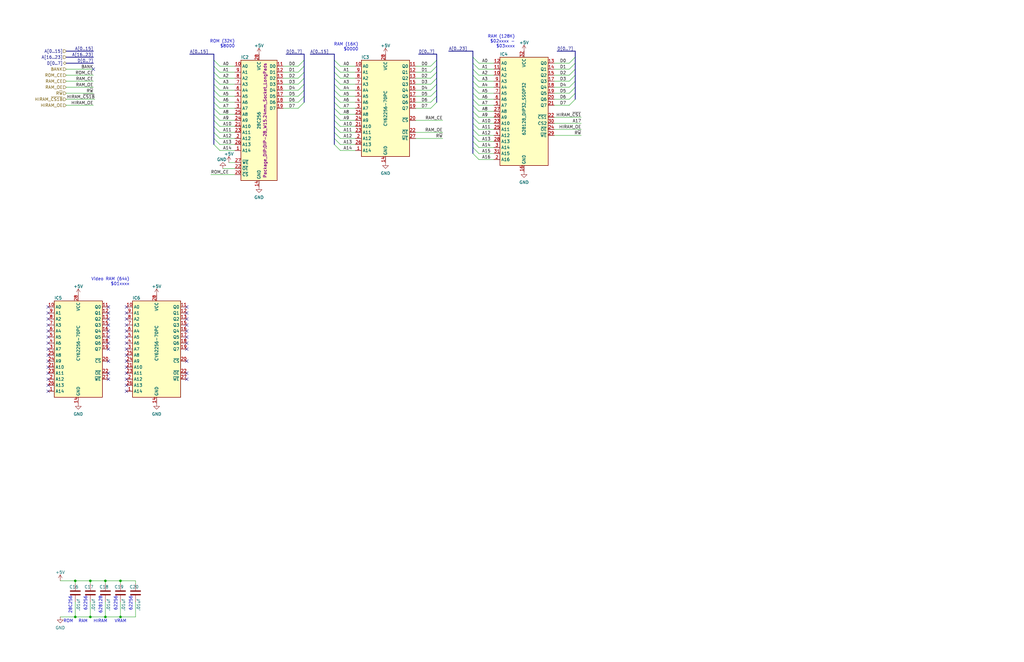
<source format=kicad_sch>
(kicad_sch (version 20211123) (generator eeschema)

  (uuid bcaac74a-889e-4409-a459-0e8135e8e6ac)

  (paper "USLedger")

  (title_block
    (title "NS 65816 Memory")
    (date "2022-02-09")
    (rev "0.0")
    (comment 2 "Licensed under CERN-OHL-W v2")
    (comment 3 "https://github.com/Chef-Tom/NS65816")
    (comment 4 "Thomas Mottl")
  )

  (lib_symbols
    (symbol "Device:C" (pin_numbers hide) (pin_names (offset 0.254)) (in_bom yes) (on_board yes)
      (property "Reference" "C" (id 0) (at 0.635 2.54 0)
        (effects (font (size 1.27 1.27)) (justify left))
      )
      (property "Value" "C" (id 1) (at 0.635 -2.54 0)
        (effects (font (size 1.27 1.27)) (justify left))
      )
      (property "Footprint" "" (id 2) (at 0.9652 -3.81 0)
        (effects (font (size 1.27 1.27)) hide)
      )
      (property "Datasheet" "~" (id 3) (at 0 0 0)
        (effects (font (size 1.27 1.27)) hide)
      )
      (property "ki_keywords" "cap capacitor" (id 4) (at 0 0 0)
        (effects (font (size 1.27 1.27)) hide)
      )
      (property "ki_description" "Unpolarized capacitor" (id 5) (at 0 0 0)
        (effects (font (size 1.27 1.27)) hide)
      )
      (property "ki_fp_filters" "C_*" (id 6) (at 0 0 0)
        (effects (font (size 1.27 1.27)) hide)
      )
      (symbol "C_0_1"
        (polyline
          (pts
            (xy -2.032 -0.762)
            (xy 2.032 -0.762)
          )
          (stroke (width 0.508) (type default) (color 0 0 0 0))
          (fill (type none))
        )
        (polyline
          (pts
            (xy -2.032 0.762)
            (xy 2.032 0.762)
          )
          (stroke (width 0.508) (type default) (color 0 0 0 0))
          (fill (type none))
        )
      )
      (symbol "C_1_1"
        (pin passive line (at 0 3.81 270) (length 2.794)
          (name "~" (effects (font (size 1.27 1.27))))
          (number "1" (effects (font (size 1.27 1.27))))
        )
        (pin passive line (at 0 -3.81 90) (length 2.794)
          (name "~" (effects (font (size 1.27 1.27))))
          (number "2" (effects (font (size 1.27 1.27))))
        )
      )
    )
    (symbol "Memory_EEPROM:28C256" (in_bom yes) (on_board yes)
      (property "Reference" "U" (id 0) (at -7.62 26.67 0)
        (effects (font (size 1.27 1.27)))
      )
      (property "Value" "28C256" (id 1) (at 2.54 -26.67 0)
        (effects (font (size 1.27 1.27)) (justify left))
      )
      (property "Footprint" "" (id 2) (at 0 0 0)
        (effects (font (size 1.27 1.27)) hide)
      )
      (property "Datasheet" "http://ww1.microchip.com/downloads/en/DeviceDoc/doc0006.pdf" (id 3) (at 0 0 0)
        (effects (font (size 1.27 1.27)) hide)
      )
      (property "ki_keywords" "Parallel EEPROM 256Kb" (id 4) (at 0 0 0)
        (effects (font (size 1.27 1.27)) hide)
      )
      (property "ki_description" "Paged Parallel EEPROM 256Kb (32K x 8), DIP-28/SOIC-28" (id 5) (at 0 0 0)
        (effects (font (size 1.27 1.27)) hide)
      )
      (property "ki_fp_filters" "DIP*W15.24mm* SOIC*7.5x17.9mm*P1.27mm*" (id 6) (at 0 0 0)
        (effects (font (size 1.27 1.27)) hide)
      )
      (symbol "28C256_1_1"
        (rectangle (start -7.62 25.4) (end 7.62 -25.4)
          (stroke (width 0.254) (type default) (color 0 0 0 0))
          (fill (type background))
        )
        (pin input line (at -10.16 -12.7 0) (length 2.54)
          (name "A14" (effects (font (size 1.27 1.27))))
          (number "1" (effects (font (size 1.27 1.27))))
        )
        (pin input line (at -10.16 22.86 0) (length 2.54)
          (name "A0" (effects (font (size 1.27 1.27))))
          (number "10" (effects (font (size 1.27 1.27))))
        )
        (pin tri_state line (at 10.16 22.86 180) (length 2.54)
          (name "D0" (effects (font (size 1.27 1.27))))
          (number "11" (effects (font (size 1.27 1.27))))
        )
        (pin tri_state line (at 10.16 20.32 180) (length 2.54)
          (name "D1" (effects (font (size 1.27 1.27))))
          (number "12" (effects (font (size 1.27 1.27))))
        )
        (pin tri_state line (at 10.16 17.78 180) (length 2.54)
          (name "D2" (effects (font (size 1.27 1.27))))
          (number "13" (effects (font (size 1.27 1.27))))
        )
        (pin power_in line (at 0 -27.94 90) (length 2.54)
          (name "GND" (effects (font (size 1.27 1.27))))
          (number "14" (effects (font (size 1.27 1.27))))
        )
        (pin tri_state line (at 10.16 15.24 180) (length 2.54)
          (name "D3" (effects (font (size 1.27 1.27))))
          (number "15" (effects (font (size 1.27 1.27))))
        )
        (pin tri_state line (at 10.16 12.7 180) (length 2.54)
          (name "D4" (effects (font (size 1.27 1.27))))
          (number "16" (effects (font (size 1.27 1.27))))
        )
        (pin tri_state line (at 10.16 10.16 180) (length 2.54)
          (name "D5" (effects (font (size 1.27 1.27))))
          (number "17" (effects (font (size 1.27 1.27))))
        )
        (pin tri_state line (at 10.16 7.62 180) (length 2.54)
          (name "D6" (effects (font (size 1.27 1.27))))
          (number "18" (effects (font (size 1.27 1.27))))
        )
        (pin tri_state line (at 10.16 5.08 180) (length 2.54)
          (name "D7" (effects (font (size 1.27 1.27))))
          (number "19" (effects (font (size 1.27 1.27))))
        )
        (pin input line (at -10.16 -7.62 0) (length 2.54)
          (name "A12" (effects (font (size 1.27 1.27))))
          (number "2" (effects (font (size 1.27 1.27))))
        )
        (pin input line (at -10.16 -22.86 0) (length 2.54)
          (name "~{CS}" (effects (font (size 1.27 1.27))))
          (number "20" (effects (font (size 1.27 1.27))))
        )
        (pin input line (at -10.16 -2.54 0) (length 2.54)
          (name "A10" (effects (font (size 1.27 1.27))))
          (number "21" (effects (font (size 1.27 1.27))))
        )
        (pin input line (at -10.16 -20.32 0) (length 2.54)
          (name "~{OE}" (effects (font (size 1.27 1.27))))
          (number "22" (effects (font (size 1.27 1.27))))
        )
        (pin input line (at -10.16 -5.08 0) (length 2.54)
          (name "A11" (effects (font (size 1.27 1.27))))
          (number "23" (effects (font (size 1.27 1.27))))
        )
        (pin input line (at -10.16 0 0) (length 2.54)
          (name "A9" (effects (font (size 1.27 1.27))))
          (number "24" (effects (font (size 1.27 1.27))))
        )
        (pin input line (at -10.16 2.54 0) (length 2.54)
          (name "A8" (effects (font (size 1.27 1.27))))
          (number "25" (effects (font (size 1.27 1.27))))
        )
        (pin input line (at -10.16 -10.16 0) (length 2.54)
          (name "A13" (effects (font (size 1.27 1.27))))
          (number "26" (effects (font (size 1.27 1.27))))
        )
        (pin input line (at -10.16 -17.78 0) (length 2.54)
          (name "~{WE}" (effects (font (size 1.27 1.27))))
          (number "27" (effects (font (size 1.27 1.27))))
        )
        (pin power_in line (at 0 27.94 270) (length 2.54)
          (name "VCC" (effects (font (size 1.27 1.27))))
          (number "28" (effects (font (size 1.27 1.27))))
        )
        (pin input line (at -10.16 5.08 0) (length 2.54)
          (name "A7" (effects (font (size 1.27 1.27))))
          (number "3" (effects (font (size 1.27 1.27))))
        )
        (pin input line (at -10.16 7.62 0) (length 2.54)
          (name "A6" (effects (font (size 1.27 1.27))))
          (number "4" (effects (font (size 1.27 1.27))))
        )
        (pin input line (at -10.16 10.16 0) (length 2.54)
          (name "A5" (effects (font (size 1.27 1.27))))
          (number "5" (effects (font (size 1.27 1.27))))
        )
        (pin input line (at -10.16 12.7 0) (length 2.54)
          (name "A4" (effects (font (size 1.27 1.27))))
          (number "6" (effects (font (size 1.27 1.27))))
        )
        (pin input line (at -10.16 15.24 0) (length 2.54)
          (name "A3" (effects (font (size 1.27 1.27))))
          (number "7" (effects (font (size 1.27 1.27))))
        )
        (pin input line (at -10.16 17.78 0) (length 2.54)
          (name "A2" (effects (font (size 1.27 1.27))))
          (number "8" (effects (font (size 1.27 1.27))))
        )
        (pin input line (at -10.16 20.32 0) (length 2.54)
          (name "A1" (effects (font (size 1.27 1.27))))
          (number "9" (effects (font (size 1.27 1.27))))
        )
      )
    )
    (symbol "Memory_RAM:628128_DIP32_SSOP32" (in_bom yes) (on_board yes)
      (property "Reference" "U" (id 0) (at -10.16 23.495 0)
        (effects (font (size 1.27 1.27)) (justify left bottom))
      )
      (property "Value" "628128_DIP32_SSOP32" (id 1) (at 2.54 23.495 0)
        (effects (font (size 1.27 1.27)) (justify left bottom))
      )
      (property "Footprint" "" (id 2) (at 0 0 0)
        (effects (font (size 1.27 1.27)) hide)
      )
      (property "Datasheet" "http://www.futurlec.com/Datasheet/Memory/628128.pdf" (id 3) (at 0 0 0)
        (effects (font (size 1.27 1.27)) hide)
      )
      (property "ki_keywords" "RAM SRAM CMOS MEMORY" (id 4) (at 0 0 0)
        (effects (font (size 1.27 1.27)) hide)
      )
      (property "ki_description" "128K x 8 High-Speed CMOS Static RAM, 55/70ns, DIP-32/SSOP-32" (id 5) (at 0 0 0)
        (effects (font (size 1.27 1.27)) hide)
      )
      (property "ki_fp_filters" "DIP*W15.24mm* SSOP*11.305x20.495mm*P1.27mm*" (id 6) (at 0 0 0)
        (effects (font (size 1.27 1.27)) hide)
      )
      (symbol "628128_DIP32_SSOP32_0_0"
        (pin power_in line (at 0 -25.4 90) (length 2.54)
          (name "GND" (effects (font (size 1.27 1.27))))
          (number "16" (effects (font (size 1.27 1.27))))
        )
        (pin power_in line (at 0 25.4 270) (length 2.54)
          (name "VCC" (effects (font (size 1.27 1.27))))
          (number "32" (effects (font (size 1.27 1.27))))
        )
      )
      (symbol "628128_DIP32_SSOP32_0_1"
        (rectangle (start -10.16 22.86) (end 10.16 -22.86)
          (stroke (width 0.254) (type default) (color 0 0 0 0))
          (fill (type background))
        )
      )
      (symbol "628128_DIP32_SSOP32_1_1"
        (pin no_connect line (at 10.16 -20.32 180) (length 2.54) hide
          (name "NC" (effects (font (size 1.27 1.27))))
          (number "1" (effects (font (size 1.27 1.27))))
        )
        (pin input line (at -12.7 15.24 0) (length 2.54)
          (name "A2" (effects (font (size 1.27 1.27))))
          (number "10" (effects (font (size 1.27 1.27))))
        )
        (pin input line (at -12.7 17.78 0) (length 2.54)
          (name "A1" (effects (font (size 1.27 1.27))))
          (number "11" (effects (font (size 1.27 1.27))))
        )
        (pin input line (at -12.7 20.32 0) (length 2.54)
          (name "A0" (effects (font (size 1.27 1.27))))
          (number "12" (effects (font (size 1.27 1.27))))
        )
        (pin tri_state line (at 12.7 20.32 180) (length 2.54)
          (name "Q0" (effects (font (size 1.27 1.27))))
          (number "13" (effects (font (size 1.27 1.27))))
        )
        (pin tri_state line (at 12.7 17.78 180) (length 2.54)
          (name "Q1" (effects (font (size 1.27 1.27))))
          (number "14" (effects (font (size 1.27 1.27))))
        )
        (pin tri_state line (at 12.7 15.24 180) (length 2.54)
          (name "Q2" (effects (font (size 1.27 1.27))))
          (number "15" (effects (font (size 1.27 1.27))))
        )
        (pin tri_state line (at 12.7 12.7 180) (length 2.54)
          (name "Q3" (effects (font (size 1.27 1.27))))
          (number "17" (effects (font (size 1.27 1.27))))
        )
        (pin tri_state line (at 12.7 10.16 180) (length 2.54)
          (name "Q4" (effects (font (size 1.27 1.27))))
          (number "18" (effects (font (size 1.27 1.27))))
        )
        (pin tri_state line (at 12.7 7.62 180) (length 2.54)
          (name "Q5" (effects (font (size 1.27 1.27))))
          (number "19" (effects (font (size 1.27 1.27))))
        )
        (pin input line (at -12.7 -20.32 0) (length 2.54)
          (name "A16" (effects (font (size 1.27 1.27))))
          (number "2" (effects (font (size 1.27 1.27))))
        )
        (pin tri_state line (at 12.7 5.08 180) (length 2.54)
          (name "Q6" (effects (font (size 1.27 1.27))))
          (number "20" (effects (font (size 1.27 1.27))))
        )
        (pin tri_state line (at 12.7 2.54 180) (length 2.54)
          (name "Q7" (effects (font (size 1.27 1.27))))
          (number "21" (effects (font (size 1.27 1.27))))
        )
        (pin input line (at 12.7 -2.54 180) (length 2.54)
          (name "~{CS1}" (effects (font (size 1.27 1.27))))
          (number "22" (effects (font (size 1.27 1.27))))
        )
        (pin input line (at -12.7 -5.08 0) (length 2.54)
          (name "A10" (effects (font (size 1.27 1.27))))
          (number "23" (effects (font (size 1.27 1.27))))
        )
        (pin input line (at 12.7 -7.62 180) (length 2.54)
          (name "~{OE}" (effects (font (size 1.27 1.27))))
          (number "24" (effects (font (size 1.27 1.27))))
        )
        (pin input line (at -12.7 -7.62 0) (length 2.54)
          (name "A11" (effects (font (size 1.27 1.27))))
          (number "25" (effects (font (size 1.27 1.27))))
        )
        (pin input line (at -12.7 -2.54 0) (length 2.54)
          (name "A9" (effects (font (size 1.27 1.27))))
          (number "26" (effects (font (size 1.27 1.27))))
        )
        (pin input line (at -12.7 0 0) (length 2.54)
          (name "A8" (effects (font (size 1.27 1.27))))
          (number "27" (effects (font (size 1.27 1.27))))
        )
        (pin input line (at -12.7 -12.7 0) (length 2.54)
          (name "A13" (effects (font (size 1.27 1.27))))
          (number "28" (effects (font (size 1.27 1.27))))
        )
        (pin input line (at 12.7 -10.16 180) (length 2.54)
          (name "~{WE}" (effects (font (size 1.27 1.27))))
          (number "29" (effects (font (size 1.27 1.27))))
        )
        (pin input line (at -12.7 -15.24 0) (length 2.54)
          (name "A14" (effects (font (size 1.27 1.27))))
          (number "3" (effects (font (size 1.27 1.27))))
        )
        (pin input line (at 12.7 -5.08 180) (length 2.54)
          (name "CS2" (effects (font (size 1.27 1.27))))
          (number "30" (effects (font (size 1.27 1.27))))
        )
        (pin input line (at -12.7 -17.78 0) (length 2.54)
          (name "A15" (effects (font (size 1.27 1.27))))
          (number "31" (effects (font (size 1.27 1.27))))
        )
        (pin input line (at -12.7 -10.16 0) (length 2.54)
          (name "A12" (effects (font (size 1.27 1.27))))
          (number "4" (effects (font (size 1.27 1.27))))
        )
        (pin input line (at -12.7 2.54 0) (length 2.54)
          (name "A7" (effects (font (size 1.27 1.27))))
          (number "5" (effects (font (size 1.27 1.27))))
        )
        (pin input line (at -12.7 5.08 0) (length 2.54)
          (name "A6" (effects (font (size 1.27 1.27))))
          (number "6" (effects (font (size 1.27 1.27))))
        )
        (pin input line (at -12.7 7.62 0) (length 2.54)
          (name "A5" (effects (font (size 1.27 1.27))))
          (number "7" (effects (font (size 1.27 1.27))))
        )
        (pin input line (at -12.7 10.16 0) (length 2.54)
          (name "A4" (effects (font (size 1.27 1.27))))
          (number "8" (effects (font (size 1.27 1.27))))
        )
        (pin input line (at -12.7 12.7 0) (length 2.54)
          (name "A3" (effects (font (size 1.27 1.27))))
          (number "9" (effects (font (size 1.27 1.27))))
        )
      )
    )
    (symbol "Memory_RAM:CY62256-70PC" (in_bom yes) (on_board yes)
      (property "Reference" "U" (id 0) (at -10.16 20.955 0)
        (effects (font (size 1.27 1.27)) (justify left bottom))
      )
      (property "Value" "CY62256-70PC" (id 1) (at 2.54 20.955 0)
        (effects (font (size 1.27 1.27)) (justify left bottom))
      )
      (property "Footprint" "Package_DIP:DIP-28_W15.24mm" (id 2) (at 0 -2.54 0)
        (effects (font (size 1.27 1.27)) hide)
      )
      (property "Datasheet" "https://ecee.colorado.edu/~mcclurel/Cypress_SRAM_CY62256.pdf" (id 3) (at 0 -2.54 0)
        (effects (font (size 1.27 1.27)) hide)
      )
      (property "ki_keywords" "RAM SRAM CMOS MEMORY" (id 4) (at 0 0 0)
        (effects (font (size 1.27 1.27)) hide)
      )
      (property "ki_description" "256K (32K x 8) Static RAM, 70ns, DIP-28" (id 5) (at 0 0 0)
        (effects (font (size 1.27 1.27)) hide)
      )
      (property "ki_fp_filters" "DIP*W15.24mm*" (id 6) (at 0 0 0)
        (effects (font (size 1.27 1.27)) hide)
      )
      (symbol "CY62256-70PC_0_0"
        (pin power_in line (at 0 -22.86 90) (length 2.54)
          (name "GND" (effects (font (size 1.27 1.27))))
          (number "14" (effects (font (size 1.27 1.27))))
        )
        (pin power_in line (at 0 22.86 270) (length 2.54)
          (name "VCC" (effects (font (size 1.27 1.27))))
          (number "28" (effects (font (size 1.27 1.27))))
        )
      )
      (symbol "CY62256-70PC_0_1"
        (rectangle (start -10.16 20.32) (end 10.16 -20.32)
          (stroke (width 0.254) (type default) (color 0 0 0 0))
          (fill (type background))
        )
      )
      (symbol "CY62256-70PC_1_1"
        (pin input line (at -12.7 -17.78 0) (length 2.54)
          (name "A14" (effects (font (size 1.27 1.27))))
          (number "1" (effects (font (size 1.27 1.27))))
        )
        (pin input line (at -12.7 17.78 0) (length 2.54)
          (name "A0" (effects (font (size 1.27 1.27))))
          (number "10" (effects (font (size 1.27 1.27))))
        )
        (pin tri_state line (at 12.7 17.78 180) (length 2.54)
          (name "Q0" (effects (font (size 1.27 1.27))))
          (number "11" (effects (font (size 1.27 1.27))))
        )
        (pin tri_state line (at 12.7 15.24 180) (length 2.54)
          (name "Q1" (effects (font (size 1.27 1.27))))
          (number "12" (effects (font (size 1.27 1.27))))
        )
        (pin tri_state line (at 12.7 12.7 180) (length 2.54)
          (name "Q2" (effects (font (size 1.27 1.27))))
          (number "13" (effects (font (size 1.27 1.27))))
        )
        (pin tri_state line (at 12.7 10.16 180) (length 2.54)
          (name "Q3" (effects (font (size 1.27 1.27))))
          (number "15" (effects (font (size 1.27 1.27))))
        )
        (pin tri_state line (at 12.7 7.62 180) (length 2.54)
          (name "Q4" (effects (font (size 1.27 1.27))))
          (number "16" (effects (font (size 1.27 1.27))))
        )
        (pin tri_state line (at 12.7 5.08 180) (length 2.54)
          (name "Q5" (effects (font (size 1.27 1.27))))
          (number "17" (effects (font (size 1.27 1.27))))
        )
        (pin tri_state line (at 12.7 2.54 180) (length 2.54)
          (name "Q6" (effects (font (size 1.27 1.27))))
          (number "18" (effects (font (size 1.27 1.27))))
        )
        (pin tri_state line (at 12.7 0 180) (length 2.54)
          (name "Q7" (effects (font (size 1.27 1.27))))
          (number "19" (effects (font (size 1.27 1.27))))
        )
        (pin input line (at -12.7 -12.7 0) (length 2.54)
          (name "A12" (effects (font (size 1.27 1.27))))
          (number "2" (effects (font (size 1.27 1.27))))
        )
        (pin input line (at 12.7 -5.08 180) (length 2.54)
          (name "~{CS}" (effects (font (size 1.27 1.27))))
          (number "20" (effects (font (size 1.27 1.27))))
        )
        (pin input line (at -12.7 -7.62 0) (length 2.54)
          (name "A10" (effects (font (size 1.27 1.27))))
          (number "21" (effects (font (size 1.27 1.27))))
        )
        (pin input line (at 12.7 -10.16 180) (length 2.54)
          (name "~{OE}" (effects (font (size 1.27 1.27))))
          (number "22" (effects (font (size 1.27 1.27))))
        )
        (pin input line (at -12.7 -10.16 0) (length 2.54)
          (name "A11" (effects (font (size 1.27 1.27))))
          (number "23" (effects (font (size 1.27 1.27))))
        )
        (pin input line (at -12.7 -5.08 0) (length 2.54)
          (name "A9" (effects (font (size 1.27 1.27))))
          (number "24" (effects (font (size 1.27 1.27))))
        )
        (pin input line (at -12.7 -2.54 0) (length 2.54)
          (name "A8" (effects (font (size 1.27 1.27))))
          (number "25" (effects (font (size 1.27 1.27))))
        )
        (pin input line (at -12.7 -15.24 0) (length 2.54)
          (name "A13" (effects (font (size 1.27 1.27))))
          (number "26" (effects (font (size 1.27 1.27))))
        )
        (pin input line (at 12.7 -12.7 180) (length 2.54)
          (name "~{WE}" (effects (font (size 1.27 1.27))))
          (number "27" (effects (font (size 1.27 1.27))))
        )
        (pin input line (at -12.7 0 0) (length 2.54)
          (name "A7" (effects (font (size 1.27 1.27))))
          (number "3" (effects (font (size 1.27 1.27))))
        )
        (pin input line (at -12.7 2.54 0) (length 2.54)
          (name "A6" (effects (font (size 1.27 1.27))))
          (number "4" (effects (font (size 1.27 1.27))))
        )
        (pin input line (at -12.7 5.08 0) (length 2.54)
          (name "A5" (effects (font (size 1.27 1.27))))
          (number "5" (effects (font (size 1.27 1.27))))
        )
        (pin input line (at -12.7 7.62 0) (length 2.54)
          (name "A4" (effects (font (size 1.27 1.27))))
          (number "6" (effects (font (size 1.27 1.27))))
        )
        (pin input line (at -12.7 10.16 0) (length 2.54)
          (name "A3" (effects (font (size 1.27 1.27))))
          (number "7" (effects (font (size 1.27 1.27))))
        )
        (pin input line (at -12.7 12.7 0) (length 2.54)
          (name "A2" (effects (font (size 1.27 1.27))))
          (number "8" (effects (font (size 1.27 1.27))))
        )
        (pin input line (at -12.7 15.24 0) (length 2.54)
          (name "A1" (effects (font (size 1.27 1.27))))
          (number "9" (effects (font (size 1.27 1.27))))
        )
      )
    )
    (symbol "power:+5V" (power) (pin_names (offset 0)) (in_bom yes) (on_board yes)
      (property "Reference" "#PWR" (id 0) (at 0 -3.81 0)
        (effects (font (size 1.27 1.27)) hide)
      )
      (property "Value" "+5V" (id 1) (at 0 3.556 0)
        (effects (font (size 1.27 1.27)))
      )
      (property "Footprint" "" (id 2) (at 0 0 0)
        (effects (font (size 1.27 1.27)) hide)
      )
      (property "Datasheet" "" (id 3) (at 0 0 0)
        (effects (font (size 1.27 1.27)) hide)
      )
      (property "ki_keywords" "power-flag" (id 4) (at 0 0 0)
        (effects (font (size 1.27 1.27)) hide)
      )
      (property "ki_description" "Power symbol creates a global label with name \"+5V\"" (id 5) (at 0 0 0)
        (effects (font (size 1.27 1.27)) hide)
      )
      (symbol "+5V_0_1"
        (polyline
          (pts
            (xy -0.762 1.27)
            (xy 0 2.54)
          )
          (stroke (width 0) (type default) (color 0 0 0 0))
          (fill (type none))
        )
        (polyline
          (pts
            (xy 0 0)
            (xy 0 2.54)
          )
          (stroke (width 0) (type default) (color 0 0 0 0))
          (fill (type none))
        )
        (polyline
          (pts
            (xy 0 2.54)
            (xy 0.762 1.27)
          )
          (stroke (width 0) (type default) (color 0 0 0 0))
          (fill (type none))
        )
      )
      (symbol "+5V_1_1"
        (pin power_in line (at 0 0 90) (length 0) hide
          (name "+5V" (effects (font (size 1.27 1.27))))
          (number "1" (effects (font (size 1.27 1.27))))
        )
      )
    )
    (symbol "power:GND" (power) (pin_names (offset 0)) (in_bom yes) (on_board yes)
      (property "Reference" "#PWR" (id 0) (at 0 -6.35 0)
        (effects (font (size 1.27 1.27)) hide)
      )
      (property "Value" "GND" (id 1) (at 0 -3.81 0)
        (effects (font (size 1.27 1.27)))
      )
      (property "Footprint" "" (id 2) (at 0 0 0)
        (effects (font (size 1.27 1.27)) hide)
      )
      (property "Datasheet" "" (id 3) (at 0 0 0)
        (effects (font (size 1.27 1.27)) hide)
      )
      (property "ki_keywords" "power-flag" (id 4) (at 0 0 0)
        (effects (font (size 1.27 1.27)) hide)
      )
      (property "ki_description" "Power symbol creates a global label with name \"GND\" , ground" (id 5) (at 0 0 0)
        (effects (font (size 1.27 1.27)) hide)
      )
      (symbol "GND_0_1"
        (polyline
          (pts
            (xy 0 0)
            (xy 0 -1.27)
            (xy 1.27 -1.27)
            (xy 0 -2.54)
            (xy -1.27 -1.27)
            (xy 0 -1.27)
          )
          (stroke (width 0) (type default) (color 0 0 0 0))
          (fill (type none))
        )
      )
      (symbol "GND_1_1"
        (pin power_in line (at 0 0 270) (length 0) hide
          (name "GND" (effects (font (size 1.27 1.27))))
          (number "1" (effects (font (size 1.27 1.27))))
        )
      )
    )
  )

  (junction (at 44.45 245.11) (diameter 0) (color 0 0 0 0)
    (uuid 0758d160-5cb2-4a16-bc9e-53c518cf4734)
  )
  (junction (at 50.8 260.35) (diameter 0) (color 0 0 0 0)
    (uuid 08a935b3-5923-4e30-8ac2-8ee552f3a3e4)
  )
  (junction (at 38.1 260.35) (diameter 0) (color 0 0 0 0)
    (uuid 87857401-a012-47b4-b144-89416bb2150c)
  )
  (junction (at 31.75 245.11) (diameter 0) (color 0 0 0 0)
    (uuid a922b19b-287f-4292-9833-4a7939a7ad4b)
  )
  (junction (at 50.8 245.11) (diameter 0) (color 0 0 0 0)
    (uuid a9fe172b-5918-4bf1-88b5-57b43c550b39)
  )
  (junction (at 44.45 260.35) (diameter 0) (color 0 0 0 0)
    (uuid c42daae0-afd9-4204-b2f1-651d5b12b9c1)
  )
  (junction (at 31.75 260.35) (diameter 0) (color 0 0 0 0)
    (uuid c88a840c-e2d9-4454-b555-76710e69399b)
  )
  (junction (at 38.1 245.11) (diameter 0) (color 0 0 0 0)
    (uuid db10d27c-04fe-40dc-aec4-f28bc0af4fd1)
  )

  (no_connect (at 45.72 139.7) (uuid 6749cff1-59ca-4fd1-b72a-3ee93fc30490))
  (no_connect (at 45.72 137.16) (uuid 6749cff1-59ca-4fd1-b72a-3ee93fc30490))
  (no_connect (at 45.72 134.62) (uuid 6749cff1-59ca-4fd1-b72a-3ee93fc30490))
  (no_connect (at 45.72 132.08) (uuid 6749cff1-59ca-4fd1-b72a-3ee93fc30490))
  (no_connect (at 45.72 129.54) (uuid 6749cff1-59ca-4fd1-b72a-3ee93fc30490))
  (no_connect (at 45.72 157.48) (uuid 6749cff1-59ca-4fd1-b72a-3ee93fc30490))
  (no_connect (at 45.72 144.78) (uuid 6749cff1-59ca-4fd1-b72a-3ee93fc30490))
  (no_connect (at 45.72 142.24) (uuid 6749cff1-59ca-4fd1-b72a-3ee93fc30490))
  (no_connect (at 45.72 160.02) (uuid 6749cff1-59ca-4fd1-b72a-3ee93fc30490))
  (no_connect (at 45.72 147.32) (uuid 6749cff1-59ca-4fd1-b72a-3ee93fc30490))
  (no_connect (at 45.72 152.4) (uuid 6749cff1-59ca-4fd1-b72a-3ee93fc30490))
  (no_connect (at 20.32 160.02) (uuid 6749cff1-59ca-4fd1-b72a-3ee93fc30490))
  (no_connect (at 20.32 162.56) (uuid 6749cff1-59ca-4fd1-b72a-3ee93fc30490))
  (no_connect (at 20.32 165.1) (uuid 6749cff1-59ca-4fd1-b72a-3ee93fc30490))
  (no_connect (at 20.32 144.78) (uuid 6749cff1-59ca-4fd1-b72a-3ee93fc30490))
  (no_connect (at 20.32 142.24) (uuid 6749cff1-59ca-4fd1-b72a-3ee93fc30490))
  (no_connect (at 20.32 139.7) (uuid 6749cff1-59ca-4fd1-b72a-3ee93fc30490))
  (no_connect (at 20.32 137.16) (uuid 6749cff1-59ca-4fd1-b72a-3ee93fc30490))
  (no_connect (at 20.32 134.62) (uuid 6749cff1-59ca-4fd1-b72a-3ee93fc30490))
  (no_connect (at 20.32 132.08) (uuid 6749cff1-59ca-4fd1-b72a-3ee93fc30490))
  (no_connect (at 20.32 129.54) (uuid 6749cff1-59ca-4fd1-b72a-3ee93fc30490))
  (no_connect (at 20.32 152.4) (uuid 6749cff1-59ca-4fd1-b72a-3ee93fc30490))
  (no_connect (at 20.32 154.94) (uuid 6749cff1-59ca-4fd1-b72a-3ee93fc30490))
  (no_connect (at 20.32 157.48) (uuid 6749cff1-59ca-4fd1-b72a-3ee93fc30490))
  (no_connect (at 20.32 147.32) (uuid 6749cff1-59ca-4fd1-b72a-3ee93fc30490))
  (no_connect (at 20.32 149.86) (uuid 6749cff1-59ca-4fd1-b72a-3ee93fc30490))
  (no_connect (at 53.34 147.32) (uuid 6749cff1-59ca-4fd1-b72a-3ee93fc30490))
  (no_connect (at 53.34 149.86) (uuid 6749cff1-59ca-4fd1-b72a-3ee93fc30490))
  (no_connect (at 53.34 152.4) (uuid 6749cff1-59ca-4fd1-b72a-3ee93fc30490))
  (no_connect (at 53.34 154.94) (uuid 6749cff1-59ca-4fd1-b72a-3ee93fc30490))
  (no_connect (at 78.74 160.02) (uuid 6749cff1-59ca-4fd1-b72a-3ee93fc30490))
  (no_connect (at 78.74 157.48) (uuid 6749cff1-59ca-4fd1-b72a-3ee93fc30490))
  (no_connect (at 78.74 152.4) (uuid 6749cff1-59ca-4fd1-b72a-3ee93fc30490))
  (no_connect (at 78.74 147.32) (uuid 6749cff1-59ca-4fd1-b72a-3ee93fc30490))
  (no_connect (at 78.74 144.78) (uuid 6749cff1-59ca-4fd1-b72a-3ee93fc30490))
  (no_connect (at 78.74 142.24) (uuid 6749cff1-59ca-4fd1-b72a-3ee93fc30490))
  (no_connect (at 78.74 139.7) (uuid 6749cff1-59ca-4fd1-b72a-3ee93fc30490))
  (no_connect (at 78.74 137.16) (uuid 6749cff1-59ca-4fd1-b72a-3ee93fc30490))
  (no_connect (at 78.74 134.62) (uuid 6749cff1-59ca-4fd1-b72a-3ee93fc30490))
  (no_connect (at 78.74 132.08) (uuid 6749cff1-59ca-4fd1-b72a-3ee93fc30490))
  (no_connect (at 78.74 129.54) (uuid 6749cff1-59ca-4fd1-b72a-3ee93fc30490))
  (no_connect (at 53.34 144.78) (uuid 6749cff1-59ca-4fd1-b72a-3ee93fc30490))
  (no_connect (at 53.34 142.24) (uuid 6749cff1-59ca-4fd1-b72a-3ee93fc30490))
  (no_connect (at 53.34 139.7) (uuid 6749cff1-59ca-4fd1-b72a-3ee93fc30490))
  (no_connect (at 53.34 165.1) (uuid 6749cff1-59ca-4fd1-b72a-3ee93fc30490))
  (no_connect (at 53.34 157.48) (uuid 6749cff1-59ca-4fd1-b72a-3ee93fc30490))
  (no_connect (at 53.34 160.02) (uuid 6749cff1-59ca-4fd1-b72a-3ee93fc30490))
  (no_connect (at 53.34 162.56) (uuid 6749cff1-59ca-4fd1-b72a-3ee93fc30490))
  (no_connect (at 53.34 132.08) (uuid 6749cff1-59ca-4fd1-b72a-3ee93fc30490))
  (no_connect (at 53.34 134.62) (uuid 6749cff1-59ca-4fd1-b72a-3ee93fc30490))
  (no_connect (at 53.34 137.16) (uuid 6749cff1-59ca-4fd1-b72a-3ee93fc30490))
  (no_connect (at 53.34 129.54) (uuid 6749cff1-59ca-4fd1-b72a-3ee93fc30490))
  (no_connect (at 39.37 29.21) (uuid f69506fd-dc5d-4487-8b6f-6af44825b1d2))

  (bus_entry (at 199.39 26.67) (size 2.54 2.54)
    (stroke (width 0) (type default) (color 0 0 0 0))
    (uuid 03a7c024-b248-4aa3-ab09-2fae8ae88f6d)
  )
  (bus_entry (at 242.57 36.83) (size -2.54 2.54)
    (stroke (width 0) (type default) (color 0 0 0 0))
    (uuid 07d3a2ff-1e57-4e8d-8a50-0b10e1edbc06)
  )
  (bus_entry (at 199.39 41.91) (size 2.54 2.54)
    (stroke (width 0) (type default) (color 0 0 0 0))
    (uuid 0af5e46c-1cec-428d-9356-bb73f1a29657)
  )
  (bus_entry (at 184.15 30.48) (size -2.54 2.54)
    (stroke (width 0) (type default) (color 0 0 0 0))
    (uuid 1a4b980c-f732-42ba-b3fc-fe6ca8db9cf9)
  )
  (bus_entry (at 199.39 24.13) (size 2.54 2.54)
    (stroke (width 0) (type default) (color 0 0 0 0))
    (uuid 1acdac3f-08d5-48fa-8652-b51e1bbe16a5)
  )
  (bus_entry (at 242.57 39.37) (size -2.54 2.54)
    (stroke (width 0) (type default) (color 0 0 0 0))
    (uuid 1e1f24b7-3608-4a27-8d5f-4dfd251729d1)
  )
  (bus_entry (at 140.97 27.94) (size 2.54 2.54)
    (stroke (width 0) (type default) (color 0 0 0 0))
    (uuid 1ecc0d07-4e14-4557-939c-4b2f9d0db49f)
  )
  (bus_entry (at 128.27 43.18) (size -2.54 2.54)
    (stroke (width 0) (type default) (color 0 0 0 0))
    (uuid 22e48a57-1bc5-43fc-98b0-e6f84fa995f5)
  )
  (bus_entry (at 242.57 26.67) (size -2.54 2.54)
    (stroke (width 0) (type default) (color 0 0 0 0))
    (uuid 24100d1f-8808-442a-827d-4ff3d5021672)
  )
  (bus_entry (at 199.39 39.37) (size 2.54 2.54)
    (stroke (width 0) (type default) (color 0 0 0 0))
    (uuid 25240b48-09d8-4de6-8e6d-7653fe6e50c3)
  )
  (bus_entry (at 199.39 46.99) (size 2.54 2.54)
    (stroke (width 0) (type default) (color 0 0 0 0))
    (uuid 258732e8-0b8a-4fa2-9fe2-18794908302f)
  )
  (bus_entry (at 90.17 53.34) (size 2.54 2.54)
    (stroke (width 0) (type default) (color 0 0 0 0))
    (uuid 2713ae0a-ba7b-4a4c-8c5a-cdd9db9b03a0)
  )
  (bus_entry (at 140.97 60.96) (size 2.54 2.54)
    (stroke (width 0) (type default) (color 0 0 0 0))
    (uuid 28e6e858-7dd5-436c-a972-adcccd9d9f6a)
  )
  (bus_entry (at 90.17 58.42) (size 2.54 2.54)
    (stroke (width 0) (type default) (color 0 0 0 0))
    (uuid 33601074-836b-4674-b67a-34f00acbbca3)
  )
  (bus_entry (at 128.27 38.1) (size -2.54 2.54)
    (stroke (width 0) (type default) (color 0 0 0 0))
    (uuid 36feb56d-7e9f-4f2e-8009-d1d28967a5b6)
  )
  (bus_entry (at 140.97 25.4) (size 2.54 2.54)
    (stroke (width 0) (type default) (color 0 0 0 0))
    (uuid 409f7d28-39ad-4d60-bc13-fb2149a509c2)
  )
  (bus_entry (at 90.17 45.72) (size 2.54 2.54)
    (stroke (width 0) (type default) (color 0 0 0 0))
    (uuid 4275c652-7900-4828-b871-a4ab804f8929)
  )
  (bus_entry (at 199.39 59.69) (size 2.54 2.54)
    (stroke (width 0) (type default) (color 0 0 0 0))
    (uuid 43cab8c1-f36a-499f-9c7d-f6de03ec9bd6)
  )
  (bus_entry (at 140.97 55.88) (size 2.54 2.54)
    (stroke (width 0) (type default) (color 0 0 0 0))
    (uuid 4459c830-6e75-4005-9b8c-e98a005761f2)
  )
  (bus_entry (at 184.15 40.64) (size -2.54 2.54)
    (stroke (width 0) (type default) (color 0 0 0 0))
    (uuid 49bb6eef-6891-473b-a930-d581f57118d3)
  )
  (bus_entry (at 128.27 25.4) (size -2.54 2.54)
    (stroke (width 0) (type default) (color 0 0 0 0))
    (uuid 4f748bf1-0794-48bc-8a55-2e348fcfcfd8)
  )
  (bus_entry (at 199.39 31.75) (size 2.54 2.54)
    (stroke (width 0) (type default) (color 0 0 0 0))
    (uuid 5ad328a3-f5dd-4cd7-8b8c-0bd3fe3cb076)
  )
  (bus_entry (at 184.15 43.18) (size -2.54 2.54)
    (stroke (width 0) (type default) (color 0 0 0 0))
    (uuid 5b7610f6-e976-4fee-8da8-b165e50ae97d)
  )
  (bus_entry (at 90.17 35.56) (size 2.54 2.54)
    (stroke (width 0) (type default) (color 0 0 0 0))
    (uuid 5f113760-61d1-4f34-8357-29d642bb2e9c)
  )
  (bus_entry (at 242.57 41.91) (size -2.54 2.54)
    (stroke (width 0) (type default) (color 0 0 0 0))
    (uuid 674af68e-63f3-4513-8174-8bd7f52cff30)
  )
  (bus_entry (at 128.27 33.02) (size -2.54 2.54)
    (stroke (width 0) (type default) (color 0 0 0 0))
    (uuid 684ed09c-a780-4e7a-929e-cebd7dd79711)
  )
  (bus_entry (at 140.97 48.26) (size 2.54 2.54)
    (stroke (width 0) (type default) (color 0 0 0 0))
    (uuid 70e9aec0-48f3-478d-929c-a8c0d5ef4ee8)
  )
  (bus_entry (at 90.17 27.94) (size 2.54 2.54)
    (stroke (width 0) (type default) (color 0 0 0 0))
    (uuid 76cb9cc1-7d25-4257-8a98-8eba0d9a750a)
  )
  (bus_entry (at 140.97 35.56) (size 2.54 2.54)
    (stroke (width 0) (type default) (color 0 0 0 0))
    (uuid 76e3b1c6-58fb-49d7-a0b4-780525c1690c)
  )
  (bus_entry (at 90.17 38.1) (size 2.54 2.54)
    (stroke (width 0) (type default) (color 0 0 0 0))
    (uuid 7b8331f5-f371-431e-a341-25df26251a03)
  )
  (bus_entry (at 140.97 40.64) (size 2.54 2.54)
    (stroke (width 0) (type default) (color 0 0 0 0))
    (uuid 7baefa90-6914-4fee-8177-39135cc78b0a)
  )
  (bus_entry (at 184.15 25.4) (size -2.54 2.54)
    (stroke (width 0) (type default) (color 0 0 0 0))
    (uuid 85b6765a-1e37-408b-babe-9868a68e8e1a)
  )
  (bus_entry (at 140.97 58.42) (size 2.54 2.54)
    (stroke (width 0) (type default) (color 0 0 0 0))
    (uuid 860f3fc3-35f2-4b86-9561-2264beaeaa21)
  )
  (bus_entry (at 140.97 50.8) (size 2.54 2.54)
    (stroke (width 0) (type default) (color 0 0 0 0))
    (uuid 8932fa5b-ff55-4aa2-8c36-3a2b7bdc33a2)
  )
  (bus_entry (at 140.97 30.48) (size 2.54 2.54)
    (stroke (width 0) (type default) (color 0 0 0 0))
    (uuid 89781023-2b1b-4295-8495-28b8be6b0221)
  )
  (bus_entry (at 90.17 30.48) (size 2.54 2.54)
    (stroke (width 0) (type default) (color 0 0 0 0))
    (uuid 8a2503df-c9dd-4ca4-a7dd-3ef3e17e3851)
  )
  (bus_entry (at 140.97 53.34) (size 2.54 2.54)
    (stroke (width 0) (type default) (color 0 0 0 0))
    (uuid 8d6d4bfd-68b9-46b3-b008-fa7f456e8ffb)
  )
  (bus_entry (at 90.17 60.96) (size 2.54 2.54)
    (stroke (width 0) (type default) (color 0 0 0 0))
    (uuid 9556556e-4475-4cb5-9107-fc3d7876665b)
  )
  (bus_entry (at 140.97 38.1) (size 2.54 2.54)
    (stroke (width 0) (type default) (color 0 0 0 0))
    (uuid 96753b6b-4840-4a1a-8736-0954b8862d45)
  )
  (bus_entry (at 199.39 29.21) (size 2.54 2.54)
    (stroke (width 0) (type default) (color 0 0 0 0))
    (uuid 97c6e0fe-75a9-4a1e-b901-0491ec6d4282)
  )
  (bus_entry (at 242.57 34.29) (size -2.54 2.54)
    (stroke (width 0) (type default) (color 0 0 0 0))
    (uuid 9911d8e7-22e9-4677-90c0-28e4ab4cffd2)
  )
  (bus_entry (at 90.17 48.26) (size 2.54 2.54)
    (stroke (width 0) (type default) (color 0 0 0 0))
    (uuid 9a844849-fa42-4ca0-b555-3dc97d6129ac)
  )
  (bus_entry (at 128.27 27.94) (size -2.54 2.54)
    (stroke (width 0) (type default) (color 0 0 0 0))
    (uuid a095841f-0a24-4c39-b469-2c8b11d7c677)
  )
  (bus_entry (at 128.27 40.64) (size -2.54 2.54)
    (stroke (width 0) (type default) (color 0 0 0 0))
    (uuid a4b56469-53ed-4922-9c15-ebcfbf048ccb)
  )
  (bus_entry (at 184.15 35.56) (size -2.54 2.54)
    (stroke (width 0) (type default) (color 0 0 0 0))
    (uuid a5252a4d-2bec-4e22-a2e8-3279afa9dc7d)
  )
  (bus_entry (at 199.39 57.15) (size 2.54 2.54)
    (stroke (width 0) (type default) (color 0 0 0 0))
    (uuid ab91cb99-bfce-4d14-a43c-3eb8b508562c)
  )
  (bus_entry (at 140.97 33.02) (size 2.54 2.54)
    (stroke (width 0) (type default) (color 0 0 0 0))
    (uuid adb64e7b-fa39-4869-9ace-0ec23488289d)
  )
  (bus_entry (at 90.17 50.8) (size 2.54 2.54)
    (stroke (width 0) (type default) (color 0 0 0 0))
    (uuid b0d53df0-d9c7-44e5-84ed-05145a0ec5c9)
  )
  (bus_entry (at 201.93 67.31) (size -2.54 -2.54)
    (stroke (width 0) (type default) (color 0 0 0 0))
    (uuid b595737c-7286-48c4-ac04-b5ed0db890fd)
  )
  (bus_entry (at 184.15 38.1) (size -2.54 2.54)
    (stroke (width 0) (type default) (color 0 0 0 0))
    (uuid bef7ad91-82d7-4a95-9481-0a4c3de5b05b)
  )
  (bus_entry (at 90.17 55.88) (size 2.54 2.54)
    (stroke (width 0) (type default) (color 0 0 0 0))
    (uuid c00e78be-31f7-41cd-a698-153f578bac3e)
  )
  (bus_entry (at 199.39 49.53) (size 2.54 2.54)
    (stroke (width 0) (type default) (color 0 0 0 0))
    (uuid c0313790-f690-495e-83f7-a760defb81e3)
  )
  (bus_entry (at 199.39 34.29) (size 2.54 2.54)
    (stroke (width 0) (type default) (color 0 0 0 0))
    (uuid c1d188a6-1d26-4571-9a80-ee592d84a053)
  )
  (bus_entry (at 140.97 45.72) (size 2.54 2.54)
    (stroke (width 0) (type default) (color 0 0 0 0))
    (uuid c705eafc-70de-490b-84bd-420f14f8317b)
  )
  (bus_entry (at 199.39 44.45) (size 2.54 2.54)
    (stroke (width 0) (type default) (color 0 0 0 0))
    (uuid c7742c3a-ac48-4eaf-befb-102cb70625c1)
  )
  (bus_entry (at 90.17 25.4) (size 2.54 2.54)
    (stroke (width 0) (type default) (color 0 0 0 0))
    (uuid c8745ea4-1ecb-4894-a315-7cd9f0949154)
  )
  (bus_entry (at 201.93 64.77) (size -2.54 -2.54)
    (stroke (width 0) (type default) (color 0 0 0 0))
    (uuid cae4e94f-e638-4139-8b0b-f873e4c1d2d2)
  )
  (bus_entry (at 199.39 54.61) (size 2.54 2.54)
    (stroke (width 0) (type default) (color 0 0 0 0))
    (uuid cfceee62-5995-4706-84e9-23fc642ac2e8)
  )
  (bus_entry (at 199.39 36.83) (size 2.54 2.54)
    (stroke (width 0) (type default) (color 0 0 0 0))
    (uuid d1fe4e96-781a-48db-9d67-5ba99f0765f8)
  )
  (bus_entry (at 90.17 43.18) (size 2.54 2.54)
    (stroke (width 0) (type default) (color 0 0 0 0))
    (uuid db8c623a-d7e5-4782-bc68-07f88df46915)
  )
  (bus_entry (at 242.57 31.75) (size -2.54 2.54)
    (stroke (width 0) (type default) (color 0 0 0 0))
    (uuid dd14aa65-61db-497b-90cb-97263ada7844)
  )
  (bus_entry (at 90.17 33.02) (size 2.54 2.54)
    (stroke (width 0) (type default) (color 0 0 0 0))
    (uuid de9eacb4-1e51-4d06-b681-ca1dbff03e4a)
  )
  (bus_entry (at 199.39 52.07) (size 2.54 2.54)
    (stroke (width 0) (type default) (color 0 0 0 0))
    (uuid e7d5d4bb-b29a-461e-94ea-66599b22344f)
  )
  (bus_entry (at 140.97 43.18) (size 2.54 2.54)
    (stroke (width 0) (type default) (color 0 0 0 0))
    (uuid ea6e5906-46ec-4df7-904c-3c7bbf86c312)
  )
  (bus_entry (at 242.57 29.21) (size -2.54 2.54)
    (stroke (width 0) (type default) (color 0 0 0 0))
    (uuid f059d517-63ee-46c1-8e02-484832d20633)
  )
  (bus_entry (at 184.15 33.02) (size -2.54 2.54)
    (stroke (width 0) (type default) (color 0 0 0 0))
    (uuid f0bd9c58-7ed1-4863-b0cc-4e79848ac6fe)
  )
  (bus_entry (at 184.15 27.94) (size -2.54 2.54)
    (stroke (width 0) (type default) (color 0 0 0 0))
    (uuid f1a5f2ee-86d9-48f9-a2ba-581b3ba36e4a)
  )
  (bus_entry (at 128.27 30.48) (size -2.54 2.54)
    (stroke (width 0) (type default) (color 0 0 0 0))
    (uuid f96b189d-296b-4181-9846-b68c2cd4b339)
  )
  (bus_entry (at 90.17 40.64) (size 2.54 2.54)
    (stroke (width 0) (type default) (color 0 0 0 0))
    (uuid f9d6460c-cdcd-46de-8f67-8d42f80838d4)
  )
  (bus_entry (at 242.57 24.13) (size -2.54 2.54)
    (stroke (width 0) (type default) (color 0 0 0 0))
    (uuid fa2a607b-5910-4506-8970-6bb0886c5fe1)
  )
  (bus_entry (at 128.27 35.56) (size -2.54 2.54)
    (stroke (width 0) (type default) (color 0 0 0 0))
    (uuid fb1681e4-afae-4bad-8def-b1e04a404e47)
  )

  (wire (pts (xy 92.71 43.18) (xy 99.06 43.18))
    (stroke (width 0) (type default) (color 0 0 0 0))
    (uuid 00b23ebd-4313-499b-8119-e506633c16f5)
  )
  (wire (pts (xy 92.71 30.48) (xy 99.06 30.48))
    (stroke (width 0) (type default) (color 0 0 0 0))
    (uuid 00f2856e-d28d-49f8-b732-4accdf3b4b72)
  )
  (bus (pts (xy 199.39 26.67) (xy 199.39 24.13))
    (stroke (width 0) (type default) (color 0 0 0 0))
    (uuid 0102e853-57cc-4e43-bde9-1c9a666e2cef)
  )

  (wire (pts (xy 92.71 40.64) (xy 99.06 40.64))
    (stroke (width 0) (type default) (color 0 0 0 0))
    (uuid 035667cb-b484-4b12-9ce6-b8591a2e5856)
  )
  (bus (pts (xy 128.27 35.56) (xy 128.27 33.02))
    (stroke (width 0) (type default) (color 0 0 0 0))
    (uuid 03c8da1e-7cd6-457c-876c-d74392b08bec)
  )
  (bus (pts (xy 140.97 50.8) (xy 140.97 48.26))
    (stroke (width 0) (type default) (color 0 0 0 0))
    (uuid 0497efb1-cfc2-45d6-97a7-8ff86558f462)
  )

  (wire (pts (xy 57.15 260.35) (xy 50.8 260.35))
    (stroke (width 0) (type default) (color 0 0 0 0))
    (uuid 05186f88-e01e-4e3c-99ca-1c38fb52cf62)
  )
  (bus (pts (xy 184.15 43.18) (xy 184.15 40.64))
    (stroke (width 0) (type default) (color 0 0 0 0))
    (uuid 0689d69f-a17f-46f7-856f-28dd89e4ce45)
  )

  (wire (pts (xy 181.61 45.72) (xy 175.26 45.72))
    (stroke (width 0) (type default) (color 0 0 0 0))
    (uuid 06b194f6-7921-4811-a843-2346ac942a7c)
  )
  (wire (pts (xy 92.71 58.42) (xy 99.06 58.42))
    (stroke (width 0) (type default) (color 0 0 0 0))
    (uuid 07eef870-a6b6-43ee-bdfb-0701959785a9)
  )
  (bus (pts (xy 242.57 24.13) (xy 242.57 21.59))
    (stroke (width 0) (type default) (color 0 0 0 0))
    (uuid 087a7cd0-3357-4f56-86b2-bf26f19ead03)
  )
  (bus (pts (xy 128.27 33.02) (xy 128.27 30.48))
    (stroke (width 0) (type default) (color 0 0 0 0))
    (uuid 091479ad-0568-4b2e-962a-6abbb8f88279)
  )

  (wire (pts (xy 143.51 30.48) (xy 149.86 30.48))
    (stroke (width 0) (type default) (color 0 0 0 0))
    (uuid 0af40765-772d-4724-8f42-f41dafb2348c)
  )
  (wire (pts (xy 92.71 48.26) (xy 99.06 48.26))
    (stroke (width 0) (type default) (color 0 0 0 0))
    (uuid 0cb82341-affd-4de1-9359-48d0d21f2bb1)
  )
  (bus (pts (xy 128.27 40.64) (xy 128.27 38.1))
    (stroke (width 0) (type default) (color 0 0 0 0))
    (uuid 11d08300-6bad-475d-8c1b-6ea3576621e0)
  )

  (wire (pts (xy 175.26 58.42) (xy 186.69 58.42))
    (stroke (width 0) (type default) (color 0 0 0 0))
    (uuid 12baac12-05e0-4839-b4ac-66d66d0ec149)
  )
  (wire (pts (xy 201.93 59.69) (xy 208.28 59.69))
    (stroke (width 0) (type default) (color 0 0 0 0))
    (uuid 12d67bfa-fa6a-46c9-a592-72f02cea068e)
  )
  (wire (pts (xy 143.51 63.5) (xy 149.86 63.5))
    (stroke (width 0) (type default) (color 0 0 0 0))
    (uuid 135abb90-a871-4495-a52a-fe40b2e47fd7)
  )
  (bus (pts (xy 184.15 33.02) (xy 184.15 30.48))
    (stroke (width 0) (type default) (color 0 0 0 0))
    (uuid 13b600d0-24bd-4999-aecf-e168f93557d7)
  )

  (wire (pts (xy 201.93 57.15) (xy 208.28 57.15))
    (stroke (width 0) (type default) (color 0 0 0 0))
    (uuid 155e8d49-c935-4cb5-a510-2323aa56bb70)
  )
  (wire (pts (xy 92.71 45.72) (xy 99.06 45.72))
    (stroke (width 0) (type default) (color 0 0 0 0))
    (uuid 15ebcd67-e491-41be-b651-b7f0077e2e32)
  )
  (bus (pts (xy 140.97 27.94) (xy 140.97 25.4))
    (stroke (width 0) (type default) (color 0 0 0 0))
    (uuid 1c1f1349-f913-4de5-bdaf-2408271066de)
  )
  (bus (pts (xy 242.57 41.91) (xy 242.57 39.37))
    (stroke (width 0) (type default) (color 0 0 0 0))
    (uuid 1f612b66-3125-41d7-aab8-e8da87ba153a)
  )

  (wire (pts (xy 125.73 30.48) (xy 119.38 30.48))
    (stroke (width 0) (type default) (color 0 0 0 0))
    (uuid 222c5172-4a52-4ce6-a95a-498268ebbec5)
  )
  (bus (pts (xy 199.39 59.69) (xy 199.39 57.15))
    (stroke (width 0) (type default) (color 0 0 0 0))
    (uuid 23fb20a2-bb92-4674-8f72-d36b23a7a0c2)
  )
  (bus (pts (xy 199.39 24.13) (xy 199.39 21.59))
    (stroke (width 0) (type default) (color 0 0 0 0))
    (uuid 23fbcb7a-7eb4-4148-b93f-88668e909e60)
  )
  (bus (pts (xy 199.39 46.99) (xy 199.39 44.45))
    (stroke (width 0) (type default) (color 0 0 0 0))
    (uuid 24d70a3a-1617-470d-a9fb-67a8bfbd5b4b)
  )
  (bus (pts (xy 90.17 33.02) (xy 90.17 30.48))
    (stroke (width 0) (type default) (color 0 0 0 0))
    (uuid 24de3cc9-44be-4a85-9737-9159058bf8f9)
  )
  (bus (pts (xy 90.17 40.64) (xy 90.17 38.1))
    (stroke (width 0) (type default) (color 0 0 0 0))
    (uuid 2647d593-dbdb-4fb6-8af1-d62f54e689d4)
  )
  (bus (pts (xy 242.57 31.75) (xy 242.57 29.21))
    (stroke (width 0) (type default) (color 0 0 0 0))
    (uuid 26e86ef0-aeda-4bed-8815-32cb6bcca7b5)
  )

  (wire (pts (xy 125.73 35.56) (xy 119.38 35.56))
    (stroke (width 0) (type default) (color 0 0 0 0))
    (uuid 294fd444-8431-4e1f-8bc2-8d8650b9a621)
  )
  (bus (pts (xy 199.39 44.45) (xy 199.39 41.91))
    (stroke (width 0) (type default) (color 0 0 0 0))
    (uuid 2ae0d1ce-7d76-45f0-9496-2f8a3e75f379)
  )

  (wire (pts (xy 125.73 27.94) (xy 119.38 27.94))
    (stroke (width 0) (type default) (color 0 0 0 0))
    (uuid 2b1f240c-0bb7-45da-845e-1c56dd2cdd8d)
  )
  (wire (pts (xy 201.93 34.29) (xy 208.28 34.29))
    (stroke (width 0) (type default) (color 0 0 0 0))
    (uuid 2c03416f-e67b-43d4-9ac0-2216f8fecc5e)
  )
  (wire (pts (xy 31.75 245.11) (xy 38.1 245.11))
    (stroke (width 0) (type default) (color 0 0 0 0))
    (uuid 2dda1ffd-f9e4-4a2c-8aad-a16534e0e104)
  )
  (wire (pts (xy 175.26 50.8) (xy 186.69 50.8))
    (stroke (width 0) (type default) (color 0 0 0 0))
    (uuid 2f7026cf-6263-4d96-bf12-cd6c4f2eaa94)
  )
  (wire (pts (xy 201.93 64.77) (xy 208.28 64.77))
    (stroke (width 0) (type default) (color 0 0 0 0))
    (uuid 2f8914f2-a6f8-4d17-8dc6-38ff6903802d)
  )
  (wire (pts (xy 92.71 27.94) (xy 99.06 27.94))
    (stroke (width 0) (type default) (color 0 0 0 0))
    (uuid 2fdef46f-24e7-42b0-aa17-06d3b734966c)
  )
  (wire (pts (xy 240.03 31.75) (xy 233.68 31.75))
    (stroke (width 0) (type default) (color 0 0 0 0))
    (uuid 30783c13-64a0-41c8-810d-fd01e358cd79)
  )
  (wire (pts (xy 181.61 30.48) (xy 175.26 30.48))
    (stroke (width 0) (type default) (color 0 0 0 0))
    (uuid 343e6593-3253-4c8c-9a55-98da8c4faa8e)
  )
  (bus (pts (xy 128.27 30.48) (xy 128.27 27.94))
    (stroke (width 0) (type default) (color 0 0 0 0))
    (uuid 349184d7-4181-4226-9773-3db2cf27b5d7)
  )
  (bus (pts (xy 90.17 43.18) (xy 90.17 40.64))
    (stroke (width 0) (type default) (color 0 0 0 0))
    (uuid 3689276f-f017-4d31-bf34-7e89b286dac0)
  )

  (wire (pts (xy 201.93 31.75) (xy 208.28 31.75))
    (stroke (width 0) (type default) (color 0 0 0 0))
    (uuid 36906ff8-fd38-492a-922d-f3ce0f5d2b38)
  )
  (bus (pts (xy 199.39 34.29) (xy 199.39 31.75))
    (stroke (width 0) (type default) (color 0 0 0 0))
    (uuid 36ccb1e5-4d82-42a4-b8aa-34f39e947a7e)
  )

  (wire (pts (xy 93.98 71.12) (xy 99.06 71.12))
    (stroke (width 0) (type default) (color 0 0 0 0))
    (uuid 39dc274a-6e6e-491e-84ac-0a8a6a5b71e9)
  )
  (wire (pts (xy 201.93 44.45) (xy 208.28 44.45))
    (stroke (width 0) (type default) (color 0 0 0 0))
    (uuid 3b7f7b15-dad9-4c68-9971-4d4051af3271)
  )
  (bus (pts (xy 140.97 45.72) (xy 140.97 43.18))
    (stroke (width 0) (type default) (color 0 0 0 0))
    (uuid 3be3b4f6-cf11-4207-95a9-f3b7202ca164)
  )

  (wire (pts (xy 44.45 245.11) (xy 44.45 246.38))
    (stroke (width 0) (type default) (color 0 0 0 0))
    (uuid 3d781ac3-fd49-42fe-9aba-f4223ff60899)
  )
  (wire (pts (xy 201.93 29.21) (xy 208.28 29.21))
    (stroke (width 0) (type default) (color 0 0 0 0))
    (uuid 3df4c418-1b95-4c38-bf86-8e8af0bca724)
  )
  (wire (pts (xy 201.93 41.91) (xy 208.28 41.91))
    (stroke (width 0) (type default) (color 0 0 0 0))
    (uuid 3e93396b-b56d-4475-9bdb-57f2f866739f)
  )
  (wire (pts (xy 143.51 27.94) (xy 149.86 27.94))
    (stroke (width 0) (type default) (color 0 0 0 0))
    (uuid 3f4c3231-1695-4a3a-ac5f-056b552c6ab4)
  )
  (wire (pts (xy 201.93 49.53) (xy 208.28 49.53))
    (stroke (width 0) (type default) (color 0 0 0 0))
    (uuid 4294bb70-4283-4d2c-8f85-40301d93520d)
  )
  (bus (pts (xy 120.65 22.86) (xy 128.27 22.86))
    (stroke (width 0) (type default) (color 0 0 0 0))
    (uuid 436b1090-1efa-4483-8884-617dcf36a6c8)
  )
  (bus (pts (xy 140.97 55.88) (xy 140.97 53.34))
    (stroke (width 0) (type default) (color 0 0 0 0))
    (uuid 45600e4f-a8d3-4262-9352-5800d13f887f)
  )
  (bus (pts (xy 199.39 54.61) (xy 199.39 52.07))
    (stroke (width 0) (type default) (color 0 0 0 0))
    (uuid 461777b2-90f1-48f5-b538-975b8b39e0e3)
  )
  (bus (pts (xy 128.27 27.94) (xy 128.27 25.4))
    (stroke (width 0) (type default) (color 0 0 0 0))
    (uuid 4646e53d-badb-4bea-8812-e6d394124eee)
  )
  (bus (pts (xy 128.27 38.1) (xy 128.27 35.56))
    (stroke (width 0) (type default) (color 0 0 0 0))
    (uuid 46b0f291-fc30-476b-acb6-30900f4fc5e3)
  )
  (bus (pts (xy 140.97 38.1) (xy 140.97 35.56))
    (stroke (width 0) (type default) (color 0 0 0 0))
    (uuid 48bb554f-42cc-4f27-b32e-938fb6a2b7e6)
  )

  (wire (pts (xy 143.51 40.64) (xy 149.86 40.64))
    (stroke (width 0) (type default) (color 0 0 0 0))
    (uuid 4aa53c4e-7906-4a2b-bbb1-724a68d5fe57)
  )
  (bus (pts (xy 199.39 36.83) (xy 199.39 34.29))
    (stroke (width 0) (type default) (color 0 0 0 0))
    (uuid 4cc272dd-873b-4ced-82ea-bbe48acc7d19)
  )
  (bus (pts (xy 90.17 55.88) (xy 90.17 53.34))
    (stroke (width 0) (type default) (color 0 0 0 0))
    (uuid 4cdd11d8-31ea-4fc8-b5ab-106b57ddbc3e)
  )
  (bus (pts (xy 199.39 49.53) (xy 199.39 46.99))
    (stroke (width 0) (type default) (color 0 0 0 0))
    (uuid 4d415d6d-31f6-4743-8462-5f9fc4c0fe67)
  )

  (wire (pts (xy 143.51 55.88) (xy 149.86 55.88))
    (stroke (width 0) (type default) (color 0 0 0 0))
    (uuid 4d58ef8d-3f21-4a5b-b4f9-8bf6d7c4179c)
  )
  (bus (pts (xy 90.17 38.1) (xy 90.17 35.56))
    (stroke (width 0) (type default) (color 0 0 0 0))
    (uuid 4de4358c-ffb2-4730-8d96-1ad0e8a7b596)
  )

  (wire (pts (xy 31.75 254) (xy 31.75 260.35))
    (stroke (width 0) (type default) (color 0 0 0 0))
    (uuid 4f464048-a8b8-42ae-98bd-624d0f9929f8)
  )
  (wire (pts (xy 181.61 40.64) (xy 175.26 40.64))
    (stroke (width 0) (type default) (color 0 0 0 0))
    (uuid 51b51d63-2ca9-4693-afaf-51ab86aa4ef2)
  )
  (bus (pts (xy 199.39 29.21) (xy 199.39 26.67))
    (stroke (width 0) (type default) (color 0 0 0 0))
    (uuid 547050ab-e670-410e-89af-9651497dc52d)
  )

  (wire (pts (xy 240.03 34.29) (xy 233.68 34.29))
    (stroke (width 0) (type default) (color 0 0 0 0))
    (uuid 55e11c75-035b-48ec-8037-730ba3e4edc9)
  )
  (bus (pts (xy 199.39 62.23) (xy 199.39 64.77))
    (stroke (width 0) (type default) (color 0 0 0 0))
    (uuid 560fb553-194c-431b-955a-9aa0ef08981a)
  )

  (wire (pts (xy 50.8 254) (xy 50.8 260.35))
    (stroke (width 0) (type default) (color 0 0 0 0))
    (uuid 5831ae77-1d83-445f-8987-c36556aa5971)
  )
  (wire (pts (xy 125.73 40.64) (xy 119.38 40.64))
    (stroke (width 0) (type default) (color 0 0 0 0))
    (uuid 58b9a72f-9a34-495a-8e2a-daef3e6bf77e)
  )
  (bus (pts (xy 242.57 34.29) (xy 242.57 31.75))
    (stroke (width 0) (type default) (color 0 0 0 0))
    (uuid 5c81a647-c1c0-4eb0-897d-558ac4d5ddcf)
  )

  (wire (pts (xy 143.51 38.1) (xy 149.86 38.1))
    (stroke (width 0) (type default) (color 0 0 0 0))
    (uuid 5e71fd06-5b6f-460a-a311-389cf7216bbf)
  )
  (bus (pts (xy 184.15 40.64) (xy 184.15 38.1))
    (stroke (width 0) (type default) (color 0 0 0 0))
    (uuid 5e9ec1c8-2035-4f7e-8564-67ed56f7fd01)
  )
  (bus (pts (xy 90.17 30.48) (xy 90.17 27.94))
    (stroke (width 0) (type default) (color 0 0 0 0))
    (uuid 5ebe433e-356b-47eb-af96-cca366325fa3)
  )

  (wire (pts (xy 88.9 73.66) (xy 99.06 73.66))
    (stroke (width 0) (type default) (color 0 0 0 0))
    (uuid 617f16de-e77a-41dd-a2e4-08c39882662b)
  )
  (wire (pts (xy 27.94 39.37) (xy 39.37 39.37))
    (stroke (width 0) (type default) (color 0 0 0 0))
    (uuid 63ceee84-0171-4854-8c12-6a69a8c4a3d9)
  )
  (wire (pts (xy 201.93 36.83) (xy 208.28 36.83))
    (stroke (width 0) (type default) (color 0 0 0 0))
    (uuid 6521c73e-e82d-4db8-8890-a395ce0f74a6)
  )
  (bus (pts (xy 90.17 27.94) (xy 90.17 25.4))
    (stroke (width 0) (type default) (color 0 0 0 0))
    (uuid 66dc342e-62e8-4cc5-a098-5da1e7279840)
  )
  (bus (pts (xy 90.17 35.56) (xy 90.17 33.02))
    (stroke (width 0) (type default) (color 0 0 0 0))
    (uuid 68c02463-cb0c-47d4-ae87-7a17c79ae659)
  )

  (wire (pts (xy 44.45 245.11) (xy 50.8 245.11))
    (stroke (width 0) (type default) (color 0 0 0 0))
    (uuid 6b449e9c-9cb1-42b9-86d4-31962416ba52)
  )
  (bus (pts (xy 90.17 60.96) (xy 90.17 58.42))
    (stroke (width 0) (type default) (color 0 0 0 0))
    (uuid 6d483d50-d917-4be4-9738-6274f7fcc1a9)
  )

  (wire (pts (xy 143.51 48.26) (xy 149.86 48.26))
    (stroke (width 0) (type default) (color 0 0 0 0))
    (uuid 6d9ad9f1-4e9a-43e0-9222-ed0b00340e9f)
  )
  (wire (pts (xy 240.03 36.83) (xy 233.68 36.83))
    (stroke (width 0) (type default) (color 0 0 0 0))
    (uuid 6f2174fd-15b2-465c-826f-4cbc8dd8b4a9)
  )
  (wire (pts (xy 143.51 33.02) (xy 149.86 33.02))
    (stroke (width 0) (type default) (color 0 0 0 0))
    (uuid 6fe174fe-690d-42f9-8c16-80db03c3237d)
  )
  (wire (pts (xy 201.93 46.99) (xy 208.28 46.99))
    (stroke (width 0) (type default) (color 0 0 0 0))
    (uuid 72ff9420-91bd-4972-9e03-f5b4263d81a1)
  )
  (wire (pts (xy 27.94 36.83) (xy 39.37 36.83))
    (stroke (width 0) (type default) (color 0 0 0 0))
    (uuid 73a97839-c1ad-4d26-92bf-6d53e2b6a800)
  )
  (bus (pts (xy 140.97 48.26) (xy 140.97 45.72))
    (stroke (width 0) (type default) (color 0 0 0 0))
    (uuid 73cd81c3-c45b-4c84-b967-32d0beaf7cad)
  )
  (bus (pts (xy 199.39 62.23) (xy 199.39 59.69))
    (stroke (width 0) (type default) (color 0 0 0 0))
    (uuid 7485e17b-9c09-4fe8-af52-44f369bb6036)
  )

  (wire (pts (xy 27.94 44.45) (xy 39.37 44.45))
    (stroke (width 0) (type default) (color 0 0 0 0))
    (uuid 79ed698c-8792-42bc-acb3-fca4713e4af7)
  )
  (wire (pts (xy 240.03 29.21) (xy 233.68 29.21))
    (stroke (width 0) (type default) (color 0 0 0 0))
    (uuid 7d96326c-b7b7-43eb-bc2d-c75a60c9d6f1)
  )
  (bus (pts (xy 140.97 60.96) (xy 140.97 58.42))
    (stroke (width 0) (type default) (color 0 0 0 0))
    (uuid 7de5482c-57db-4056-88f4-e81b2ccf1d72)
  )

  (wire (pts (xy 92.71 55.88) (xy 99.06 55.88))
    (stroke (width 0) (type default) (color 0 0 0 0))
    (uuid 814a1337-5ca5-4d96-8fff-83e21df17a14)
  )
  (wire (pts (xy 44.45 260.35) (xy 38.1 260.35))
    (stroke (width 0) (type default) (color 0 0 0 0))
    (uuid 8766d1c8-410a-443f-a3de-749b5a0bff1e)
  )
  (bus (pts (xy 242.57 36.83) (xy 242.57 34.29))
    (stroke (width 0) (type default) (color 0 0 0 0))
    (uuid 8766d3fd-3c55-415e-80c0-391659f02a98)
  )
  (bus (pts (xy 128.27 43.18) (xy 128.27 40.64))
    (stroke (width 0) (type default) (color 0 0 0 0))
    (uuid 87f26f10-9b93-45fe-8343-0e7b92e4de1f)
  )

  (wire (pts (xy 38.1 254) (xy 38.1 260.35))
    (stroke (width 0) (type default) (color 0 0 0 0))
    (uuid 88339b28-b02b-4919-9c74-752047e1e682)
  )
  (wire (pts (xy 233.68 49.53) (xy 245.11 49.53))
    (stroke (width 0) (type default) (color 0 0 0 0))
    (uuid 88fd320b-2232-42b7-81ed-a631a7ae1eb0)
  )
  (bus (pts (xy 90.17 50.8) (xy 90.17 48.26))
    (stroke (width 0) (type default) (color 0 0 0 0))
    (uuid 8a7f6e5c-5bf4-45ce-9453-a3ed0145d8d2)
  )
  (bus (pts (xy 184.15 38.1) (xy 184.15 35.56))
    (stroke (width 0) (type default) (color 0 0 0 0))
    (uuid 8bbeaf56-aa85-4f53-a1de-bf6d2fb419e1)
  )
  (bus (pts (xy 140.97 58.42) (xy 140.97 55.88))
    (stroke (width 0) (type default) (color 0 0 0 0))
    (uuid 8d8a2335-2d4e-4990-a5c0-33bcf4b8daee)
  )

  (wire (pts (xy 27.94 31.75) (xy 39.37 31.75))
    (stroke (width 0) (type default) (color 0 0 0 0))
    (uuid 8f070c3d-f6d8-428c-8bc6-6d758a4216ca)
  )
  (wire (pts (xy 181.61 38.1) (xy 175.26 38.1))
    (stroke (width 0) (type default) (color 0 0 0 0))
    (uuid 90f358fb-5bf0-4a86-bca2-2103dc925d66)
  )
  (bus (pts (xy 90.17 53.34) (xy 90.17 50.8))
    (stroke (width 0) (type default) (color 0 0 0 0))
    (uuid 910b48da-5b66-409e-ba12-3b51a455a420)
  )
  (bus (pts (xy 90.17 45.72) (xy 90.17 43.18))
    (stroke (width 0) (type default) (color 0 0 0 0))
    (uuid 91fcce68-5a34-4dd0-ae69-f90ea7f59ea5)
  )

  (wire (pts (xy 92.71 50.8) (xy 99.06 50.8))
    (stroke (width 0) (type default) (color 0 0 0 0))
    (uuid 961eb13d-4e11-4057-80b6-00449114b3e6)
  )
  (wire (pts (xy 27.94 41.91) (xy 40.005 41.91))
    (stroke (width 0) (type default) (color 0 0 0 0))
    (uuid 9684678a-cec1-4548-8860-e93e9b604ec6)
  )
  (wire (pts (xy 181.61 33.02) (xy 175.26 33.02))
    (stroke (width 0) (type default) (color 0 0 0 0))
    (uuid 9ab78be9-986c-4b1c-b871-1e416a48db51)
  )
  (bus (pts (xy 27.94 21.59) (xy 39.37 21.59))
    (stroke (width 0) (type default) (color 0 0 0 0))
    (uuid 9fa39a89-785a-43ed-bb49-9dfae944795d)
  )

  (wire (pts (xy 201.93 26.67) (xy 208.28 26.67))
    (stroke (width 0) (type default) (color 0 0 0 0))
    (uuid a0aca256-1ccb-4b15-8a84-584b8f5a8adc)
  )
  (wire (pts (xy 201.93 54.61) (xy 208.28 54.61))
    (stroke (width 0) (type default) (color 0 0 0 0))
    (uuid a0b0d6af-9a0c-4f02-b5c7-46c5a56a35d4)
  )
  (bus (pts (xy 184.15 30.48) (xy 184.15 27.94))
    (stroke (width 0) (type default) (color 0 0 0 0))
    (uuid a1fa5e5e-9473-4a9d-9db7-e5f96f645488)
  )
  (bus (pts (xy 242.57 39.37) (xy 242.57 36.83))
    (stroke (width 0) (type default) (color 0 0 0 0))
    (uuid a7f54080-d92a-4276-ab96-3147ca5962ca)
  )

  (wire (pts (xy 50.8 245.11) (xy 50.8 246.38))
    (stroke (width 0) (type default) (color 0 0 0 0))
    (uuid abd4b58a-aa69-4780-8c9d-0a1cfd0213c9)
  )
  (wire (pts (xy 143.51 45.72) (xy 149.86 45.72))
    (stroke (width 0) (type default) (color 0 0 0 0))
    (uuid acfdbba7-e41d-489a-8c18-a0421f5b85a1)
  )
  (wire (pts (xy 25.4 245.11) (xy 31.75 245.11))
    (stroke (width 0) (type default) (color 0 0 0 0))
    (uuid ad9ba9f6-bf02-4faa-b83f-35fbc7cb3875)
  )
  (wire (pts (xy 233.68 52.07) (xy 245.11 52.07))
    (stroke (width 0) (type default) (color 0 0 0 0))
    (uuid af1737a2-3c30-4cac-a2b9-73098033859a)
  )
  (wire (pts (xy 143.51 60.96) (xy 149.86 60.96))
    (stroke (width 0) (type default) (color 0 0 0 0))
    (uuid afec0c5e-c1e8-46b4-a8a1-ed3b60d9f7af)
  )
  (bus (pts (xy 140.97 30.48) (xy 140.97 27.94))
    (stroke (width 0) (type default) (color 0 0 0 0))
    (uuid b00e4f8c-cd88-417e-9502-4ed29fd44fb4)
  )

  (wire (pts (xy 201.93 62.23) (xy 208.28 62.23))
    (stroke (width 0) (type default) (color 0 0 0 0))
    (uuid b1064d3d-3f3d-4c81-b3ca-7820ef301a24)
  )
  (bus (pts (xy 234.95 21.59) (xy 242.57 21.59))
    (stroke (width 0) (type default) (color 0 0 0 0))
    (uuid b45fe6f1-d468-4f3d-82d8-0e9c0c074608)
  )

  (wire (pts (xy 92.71 60.96) (xy 99.06 60.96))
    (stroke (width 0) (type default) (color 0 0 0 0))
    (uuid b5637db8-8709-42e5-a053-ecb691b3b325)
  )
  (wire (pts (xy 50.8 245.11) (xy 57.15 245.11))
    (stroke (width 0) (type default) (color 0 0 0 0))
    (uuid b5a9ef37-3b29-4d8a-8f17-23ef66a97bd7)
  )
  (wire (pts (xy 125.73 43.18) (xy 119.38 43.18))
    (stroke (width 0) (type default) (color 0 0 0 0))
    (uuid b6c5db4c-63e3-42ea-bb13-9ddeb27cf840)
  )
  (bus (pts (xy 27.94 26.67) (xy 39.37 26.67))
    (stroke (width 0) (type default) (color 0 0 0 0))
    (uuid b6de634e-5c4a-4088-a1f2-55345e9da632)
  )
  (bus (pts (xy 140.97 43.18) (xy 140.97 40.64))
    (stroke (width 0) (type default) (color 0 0 0 0))
    (uuid b71dd4b1-eb03-4bf2-9675-8496e9761ec8)
  )

  (wire (pts (xy 31.75 245.11) (xy 31.75 246.38))
    (stroke (width 0) (type default) (color 0 0 0 0))
    (uuid b8472176-c46d-49b5-9e52-beaa6f57d6d4)
  )
  (wire (pts (xy 38.1 260.35) (xy 31.75 260.35))
    (stroke (width 0) (type default) (color 0 0 0 0))
    (uuid b8b72a94-ab5c-4e50-8792-9f87fc7b994b)
  )
  (wire (pts (xy 143.51 53.34) (xy 149.86 53.34))
    (stroke (width 0) (type default) (color 0 0 0 0))
    (uuid bc2295a7-b5c5-472d-a16b-775379ae7217)
  )
  (wire (pts (xy 57.15 245.11) (xy 57.15 246.38))
    (stroke (width 0) (type default) (color 0 0 0 0))
    (uuid bf3d6a84-096f-4d50-9da1-7ef07a8c7e3c)
  )
  (wire (pts (xy 201.93 52.07) (xy 208.28 52.07))
    (stroke (width 0) (type default) (color 0 0 0 0))
    (uuid bffac505-4e36-431d-99b8-f5d56109c5ce)
  )
  (bus (pts (xy 27.94 24.13) (xy 39.37 24.13))
    (stroke (width 0) (type default) (color 0 0 0 0))
    (uuid bffca071-8d77-4e0f-90dd-68a603930451)
  )

  (wire (pts (xy 92.71 35.56) (xy 99.06 35.56))
    (stroke (width 0) (type default) (color 0 0 0 0))
    (uuid c071eef0-b396-418a-ae39-1fead57400ba)
  )
  (wire (pts (xy 27.94 34.29) (xy 39.37 34.29))
    (stroke (width 0) (type default) (color 0 0 0 0))
    (uuid c211edc2-6c5b-495c-9ad8-535c45ace4f9)
  )
  (bus (pts (xy 130.81 22.86) (xy 140.97 22.86))
    (stroke (width 0) (type default) (color 0 0 0 0))
    (uuid c5b43cea-41ad-4d1a-bd72-d36e284a5d97)
  )
  (bus (pts (xy 140.97 35.56) (xy 140.97 33.02))
    (stroke (width 0) (type default) (color 0 0 0 0))
    (uuid c63dd4cc-c71e-47a6-bda1-4bce30dee31d)
  )

  (wire (pts (xy 125.73 45.72) (xy 119.38 45.72))
    (stroke (width 0) (type default) (color 0 0 0 0))
    (uuid c76769f4-e0ca-4702-9f3d-5dbc8c5d30aa)
  )
  (wire (pts (xy 92.71 53.34) (xy 99.06 53.34))
    (stroke (width 0) (type default) (color 0 0 0 0))
    (uuid c79f180b-6fd7-403f-a673-6d94389360df)
  )
  (wire (pts (xy 31.75 260.35) (xy 25.4 260.35))
    (stroke (width 0) (type default) (color 0 0 0 0))
    (uuid c7da2c1b-7e83-4c3c-a42e-7a3414606571)
  )
  (wire (pts (xy 125.73 33.02) (xy 119.38 33.02))
    (stroke (width 0) (type default) (color 0 0 0 0))
    (uuid cba01d46-547a-4c44-8a11-6e1cfcf9d299)
  )
  (wire (pts (xy 240.03 41.91) (xy 233.68 41.91))
    (stroke (width 0) (type default) (color 0 0 0 0))
    (uuid d043a0ca-6c89-48c4-880c-2158553f07ce)
  )
  (wire (pts (xy 44.45 254) (xy 44.45 260.35))
    (stroke (width 0) (type default) (color 0 0 0 0))
    (uuid d09cdde7-0ce8-4dad-9723-b0bbf64b764a)
  )
  (wire (pts (xy 181.61 43.18) (xy 175.26 43.18))
    (stroke (width 0) (type default) (color 0 0 0 0))
    (uuid d66e61b1-ef01-49cb-9aa5-7ea4797d9ca8)
  )
  (bus (pts (xy 242.57 26.67) (xy 242.57 24.13))
    (stroke (width 0) (type default) (color 0 0 0 0))
    (uuid d7190c0f-ad67-49f4-84d3-d1963d36a2c8)
  )
  (bus (pts (xy 184.15 27.94) (xy 184.15 25.4))
    (stroke (width 0) (type default) (color 0 0 0 0))
    (uuid d73c6e83-a327-4616-8e75-548dd6831d14)
  )

  (wire (pts (xy 50.8 260.35) (xy 44.45 260.35))
    (stroke (width 0) (type default) (color 0 0 0 0))
    (uuid d827de9f-f2ba-4d33-9db9-1a6fd7fa16a2)
  )
  (wire (pts (xy 92.71 38.1) (xy 99.06 38.1))
    (stroke (width 0) (type default) (color 0 0 0 0))
    (uuid d835d3ed-3ff6-4748-bbcd-29ef13e7b377)
  )
  (bus (pts (xy 140.97 53.34) (xy 140.97 50.8))
    (stroke (width 0) (type default) (color 0 0 0 0))
    (uuid d840e3a4-791c-4e88-b76c-fb8e3ff631cd)
  )
  (bus (pts (xy 199.39 52.07) (xy 199.39 49.53))
    (stroke (width 0) (type default) (color 0 0 0 0))
    (uuid d93f9dcf-a19c-4fa5-99e1-90d071e383e6)
  )

  (wire (pts (xy 240.03 26.67) (xy 233.68 26.67))
    (stroke (width 0) (type default) (color 0 0 0 0))
    (uuid d9e0d8f6-9edc-4144-86ce-8748f6cc2371)
  )
  (wire (pts (xy 233.68 54.61) (xy 245.11 54.61))
    (stroke (width 0) (type default) (color 0 0 0 0))
    (uuid db628666-0195-49af-b8f1-895f87a075db)
  )
  (bus (pts (xy 90.17 48.26) (xy 90.17 45.72))
    (stroke (width 0) (type default) (color 0 0 0 0))
    (uuid dcb1df4d-240d-497d-9d2b-d64d99b2db52)
  )

  (wire (pts (xy 143.51 50.8) (xy 149.86 50.8))
    (stroke (width 0) (type default) (color 0 0 0 0))
    (uuid dcbf8be9-5aeb-4def-b292-3601ecf0a9db)
  )
  (bus (pts (xy 140.97 40.64) (xy 140.97 38.1))
    (stroke (width 0) (type default) (color 0 0 0 0))
    (uuid dcd4570a-bcc2-4362-95e7-69f7c9dd01c8)
  )
  (bus (pts (xy 140.97 33.02) (xy 140.97 30.48))
    (stroke (width 0) (type default) (color 0 0 0 0))
    (uuid dcda0f9e-a4e5-451a-af8e-2bf819a204a1)
  )
  (bus (pts (xy 90.17 58.42) (xy 90.17 55.88))
    (stroke (width 0) (type default) (color 0 0 0 0))
    (uuid de27f57b-8c89-48e6-b5b1-fe53a3cc8e46)
  )
  (bus (pts (xy 199.39 39.37) (xy 199.39 36.83))
    (stroke (width 0) (type default) (color 0 0 0 0))
    (uuid de5068d5-627d-4097-8fdb-66e4e01aa6bf)
  )
  (bus (pts (xy 184.15 35.56) (xy 184.15 33.02))
    (stroke (width 0) (type default) (color 0 0 0 0))
    (uuid de850b89-da06-404c-9137-fa83748f8696)
  )
  (bus (pts (xy 90.17 25.4) (xy 90.17 22.86))
    (stroke (width 0) (type default) (color 0 0 0 0))
    (uuid df41e521-284d-42df-9b84-f31eb8c48f3d)
  )
  (bus (pts (xy 242.57 29.21) (xy 242.57 26.67))
    (stroke (width 0) (type default) (color 0 0 0 0))
    (uuid e01eaf93-9a0c-4b61-9722-cae7e817f6f9)
  )
  (bus (pts (xy 199.39 41.91) (xy 199.39 39.37))
    (stroke (width 0) (type default) (color 0 0 0 0))
    (uuid e0e477d6-23bf-46da-ad9e-ba3d98ed59f4)
  )

  (wire (pts (xy 233.68 57.15) (xy 245.11 57.15))
    (stroke (width 0) (type default) (color 0 0 0 0))
    (uuid e20e88ca-e89a-448e-9bb5-0f9484cc5cd4)
  )
  (bus (pts (xy 176.53 22.86) (xy 184.15 22.86))
    (stroke (width 0) (type default) (color 0 0 0 0))
    (uuid e269fcce-291c-424c-9279-1a99f57f2fd4)
  )

  (wire (pts (xy 201.93 39.37) (xy 208.28 39.37))
    (stroke (width 0) (type default) (color 0 0 0 0))
    (uuid e60b96e1-73fc-4d16-a69c-57196fcb0e74)
  )
  (bus (pts (xy 189.23 21.59) (xy 199.39 21.59))
    (stroke (width 0) (type default) (color 0 0 0 0))
    (uuid e63d118f-b5ef-4f9d-8c4b-a287a2566f86)
  )

  (wire (pts (xy 175.26 55.88) (xy 186.69 55.88))
    (stroke (width 0) (type default) (color 0 0 0 0))
    (uuid eabb38f1-3a29-4da6-9bac-81e819cd6ea7)
  )
  (wire (pts (xy 92.71 63.5) (xy 99.06 63.5))
    (stroke (width 0) (type default) (color 0 0 0 0))
    (uuid ebb61505-3d90-4138-af1b-50a60e53f1a9)
  )
  (bus (pts (xy 128.27 25.4) (xy 128.27 22.86))
    (stroke (width 0) (type default) (color 0 0 0 0))
    (uuid ebf8384a-10d4-4e99-bced-75aac1fad990)
  )

  (wire (pts (xy 57.15 254) (xy 57.15 260.35))
    (stroke (width 0) (type default) (color 0 0 0 0))
    (uuid ec223979-60dd-4c3b-8f28-32338647e444)
  )
  (wire (pts (xy 240.03 39.37) (xy 233.68 39.37))
    (stroke (width 0) (type default) (color 0 0 0 0))
    (uuid ec7dc686-f6ce-4ce8-84b7-3668cb5e9970)
  )
  (wire (pts (xy 181.61 27.94) (xy 175.26 27.94))
    (stroke (width 0) (type default) (color 0 0 0 0))
    (uuid ed155cac-4d11-48fb-b4db-7e35ea61f132)
  )
  (bus (pts (xy 140.97 25.4) (xy 140.97 22.86))
    (stroke (width 0) (type default) (color 0 0 0 0))
    (uuid ed6da9ce-787a-453b-8977-b50739b6c664)
  )

  (wire (pts (xy 181.61 35.56) (xy 175.26 35.56))
    (stroke (width 0) (type default) (color 0 0 0 0))
    (uuid ef46626c-fd9c-4adb-b5f9-9697efaa1e13)
  )
  (wire (pts (xy 143.51 58.42) (xy 149.86 58.42))
    (stroke (width 0) (type default) (color 0 0 0 0))
    (uuid efa13487-0405-4b06-8387-2f941ceb9110)
  )
  (wire (pts (xy 240.03 44.45) (xy 233.68 44.45))
    (stroke (width 0) (type default) (color 0 0 0 0))
    (uuid efa2f56f-55d1-42b6-a2d2-9c73a9846767)
  )
  (wire (pts (xy 92.71 33.02) (xy 99.06 33.02))
    (stroke (width 0) (type default) (color 0 0 0 0))
    (uuid efd4bdc8-090a-4ca4-8435-66565a639e1f)
  )
  (bus (pts (xy 199.39 31.75) (xy 199.39 29.21))
    (stroke (width 0) (type default) (color 0 0 0 0))
    (uuid f16b95b3-487a-458e-ad41-7db05effbfe5)
  )

  (wire (pts (xy 143.51 35.56) (xy 149.86 35.56))
    (stroke (width 0) (type default) (color 0 0 0 0))
    (uuid f18da95c-54fb-40b2-a092-ec11c6cd68bd)
  )
  (wire (pts (xy 201.93 67.31) (xy 208.28 67.31))
    (stroke (width 0) (type default) (color 0 0 0 0))
    (uuid f1d1c3f3-327d-48e7-96d6-14da627f683c)
  )
  (bus (pts (xy 80.01 22.86) (xy 90.17 22.86))
    (stroke (width 0) (type default) (color 0 0 0 0))
    (uuid f1ddf429-4d13-410e-adff-9ea940a16104)
  )

  (wire (pts (xy 96.52 68.58) (xy 99.06 68.58))
    (stroke (width 0) (type default) (color 0 0 0 0))
    (uuid f6237ba2-ac04-41d3-897d-92e87737a967)
  )
  (wire (pts (xy 143.51 43.18) (xy 149.86 43.18))
    (stroke (width 0) (type default) (color 0 0 0 0))
    (uuid f66a942f-7f51-479a-92bf-624f4dfe6ac9)
  )
  (wire (pts (xy 38.1 245.11) (xy 44.45 245.11))
    (stroke (width 0) (type default) (color 0 0 0 0))
    (uuid f671a0f2-7e85-4dfb-b892-a6c49efb4562)
  )
  (wire (pts (xy 38.1 245.11) (xy 38.1 246.38))
    (stroke (width 0) (type default) (color 0 0 0 0))
    (uuid f777aa24-6c77-4c54-8dae-03afade56394)
  )
  (wire (pts (xy 125.73 38.1) (xy 119.38 38.1))
    (stroke (width 0) (type default) (color 0 0 0 0))
    (uuid f9d27cbf-493b-4015-90aa-554a9fb6b96c)
  )
  (wire (pts (xy 27.94 29.21) (xy 39.37 29.21))
    (stroke (width 0) (type default) (color 0 0 0 0))
    (uuid fa2d5e65-da53-49b2-9950-c4575b2bed0e)
  )
  (bus (pts (xy 199.39 57.15) (xy 199.39 54.61))
    (stroke (width 0) (type default) (color 0 0 0 0))
    (uuid fbb8be55-3372-4ed1-bd22-8457fa138ad8)
  )
  (bus (pts (xy 184.15 25.4) (xy 184.15 22.86))
    (stroke (width 0) (type default) (color 0 0 0 0))
    (uuid fe16cf37-2712-486e-9e84-291685415a5e)
  )

  (text "RAM" (at 33.02 262.89 0)
    (effects (font (size 1.27 1.27)) (justify left bottom))
    (uuid 2ceb5c30-3e88-40a7-bb45-df96c0d2764b)
  )
  (text "RAM (128K)\n$02xxxx -\n$03xxxx" (at 217.17 20.32 180)
    (effects (font (size 1.27 1.27)) (justify right bottom))
    (uuid 391eef3c-83c4-41c4-a529-d6205a4a188a)
  )
  (text "628128" (at 43.18 251.46 270)
    (effects (font (size 1.27 1.27)) (justify right bottom))
    (uuid 43949ec1-1d54-4deb-8841-2dbbfb71add6)
  )
  (text "62256" (at 36.83 251.46 270)
    (effects (font (size 1.27 1.27)) (justify right bottom))
    (uuid 5e5654f2-df34-4f95-a321-2db36e1ec415)
  )
  (text "28C256" (at 30.48 251.46 270)
    (effects (font (size 1.27 1.27)) (justify right bottom))
    (uuid 7f84bc33-ff6f-441a-9bf2-8aa12fbbe374)
  )
  (text "HIRAM" (at 39.37 262.89 0)
    (effects (font (size 1.27 1.27)) (justify left bottom))
    (uuid 93a39263-9c5e-47f9-9459-ada72953833b)
  )
  (text "Video RAM (64k)\n$01xxxx" (at 54.61 120.65 180)
    (effects (font (size 1.27 1.27)) (justify right bottom))
    (uuid 97b41e89-3d9e-4d5e-add7-369893f9f3de)
  )
  (text "ROM (32K)\n$8000" (at 99.06 20.32 180)
    (effects (font (size 1.27 1.27)) (justify right bottom))
    (uuid 987d3098-ce72-4956-8ddc-35dd1f237f83)
  )
  (text "62256" (at 49.53 251.46 270)
    (effects (font (size 1.27 1.27)) (justify right bottom))
    (uuid a4773c67-241e-4bcd-93dc-75b785038577)
  )
  (text "RAM (16K)\n$0000" (at 151.13 21.59 180)
    (effects (font (size 1.27 1.27)) (justify right bottom))
    (uuid a5bea36f-85ea-4d5c-a0d3-2b70a978cdfd)
  )
  (text "ROM" (at 26.67 262.89 0)
    (effects (font (size 1.27 1.27)) (justify left bottom))
    (uuid b9503b16-66ee-4b51-915c-7e6c76a2bcc4)
  )
  (text "VRAM" (at 48.26 262.89 0)
    (effects (font (size 1.27 1.27)) (justify left bottom))
    (uuid c4e1c805-207d-427f-9eee-b294b5a0c397)
  )
  (text "62256" (at 55.88 251.46 270)
    (effects (font (size 1.27 1.27)) (justify right bottom))
    (uuid e7e64423-71ad-4701-8a80-640b40feadb1)
  )

  (label "A10" (at 93.98 53.34 0)
    (effects (font (size 1.27 1.27)) (justify left bottom))
    (uuid 00b73414-52be-4e2c-8c2f-46f12db63494)
  )
  (label "A10" (at 144.78 53.34 0)
    (effects (font (size 1.27 1.27)) (justify left bottom))
    (uuid 04ea2789-126c-45c0-acdd-407ef7343134)
  )
  (label "D[0..7]" (at 120.65 22.86 0)
    (effects (font (size 1.27 1.27)) (justify left bottom))
    (uuid 06564638-19e0-4916-a254-df07ee3a455a)
  )
  (label "RAM_CE" (at 186.69 50.8 180)
    (effects (font (size 1.27 1.27)) (justify right bottom))
    (uuid 0a60fc6e-6482-42f1-93bf-85bfdee27c68)
  )
  (label "HIRAM_~{CS1B}" (at 40.005 41.91 180)
    (effects (font (size 1.27 1.27)) (justify right bottom))
    (uuid 0e674a80-41bd-4ade-8697-399048dc3eae)
  )
  (label "A8" (at 93.98 48.26 0)
    (effects (font (size 1.27 1.27)) (justify left bottom))
    (uuid 0feed0f3-07c5-4d22-b350-1c8eb6504a12)
  )
  (label "A[0..15]" (at 39.37 21.59 180)
    (effects (font (size 1.27 1.27)) (justify right bottom))
    (uuid 10e55cef-2fce-4758-b659-79f46b4e7477)
  )
  (label "D6" (at 124.46 43.18 180)
    (effects (font (size 1.27 1.27)) (justify right bottom))
    (uuid 12eee85c-275b-4c32-b8fc-66534a9c8fe1)
  )
  (label "ROM_CE" (at 39.37 31.75 180)
    (effects (font (size 1.27 1.27)) (justify right bottom))
    (uuid 17468d10-1fe1-4455-beef-8dffe992d123)
  )
  (label "HIRAM_OE" (at 245.11 54.61 180)
    (effects (font (size 1.27 1.27)) (justify right bottom))
    (uuid 180bfcb0-6f1a-4b36-9fdf-44784256c794)
  )
  (label "RAM_OE" (at 186.69 55.88 180)
    (effects (font (size 1.27 1.27)) (justify right bottom))
    (uuid 1b236a56-e11c-4b63-b8d1-6e448ed66fe1)
  )
  (label "A0" (at 203.2 26.67 0)
    (effects (font (size 1.27 1.27)) (justify left bottom))
    (uuid 1cb043ad-cef3-4e3f-813a-f50086c9dc7d)
  )
  (label "A7" (at 203.2 44.45 0)
    (effects (font (size 1.27 1.27)) (justify left bottom))
    (uuid 1d4445ae-7921-47df-b59b-fbf3dc5c2e31)
  )
  (label "HIRAM_~{CS1}" (at 245.11 49.53 180)
    (effects (font (size 1.27 1.27)) (justify right bottom))
    (uuid 1de8afb5-9b64-48bc-9dca-7196b8e6aa8c)
  )
  (label "A14" (at 144.78 63.5 0)
    (effects (font (size 1.27 1.27)) (justify left bottom))
    (uuid 1f95c9d2-c936-42b8-aec3-8aa6404d3a55)
  )
  (label "D6" (at 180.34 43.18 180)
    (effects (font (size 1.27 1.27)) (justify right bottom))
    (uuid 1fb632bd-127d-456a-86c3-13a2bdfd108b)
  )
  (label "A12" (at 93.98 58.42 0)
    (effects (font (size 1.27 1.27)) (justify left bottom))
    (uuid 22e17cb9-df08-4ffb-8d4d-af668dd1ea80)
  )
  (label "A9" (at 144.78 50.8 0)
    (effects (font (size 1.27 1.27)) (justify left bottom))
    (uuid 24c1ea4e-b350-4569-97be-99605db31b02)
  )
  (label "D3" (at 180.34 35.56 180)
    (effects (font (size 1.27 1.27)) (justify right bottom))
    (uuid 278ca52b-84b0-4b44-bc47-71da382f66fe)
  )
  (label "A5" (at 203.2 39.37 0)
    (effects (font (size 1.27 1.27)) (justify left bottom))
    (uuid 2827492c-3819-4a71-bd2c-f766463b5528)
  )
  (label "A11" (at 203.2 54.61 0)
    (effects (font (size 1.27 1.27)) (justify left bottom))
    (uuid 28eda643-d95b-4f1e-bed5-6c78ebc297bb)
  )
  (label "ROM_CE" (at 88.9 73.66 0)
    (effects (font (size 1.27 1.27)) (justify left bottom))
    (uuid 2ab85c54-ef4e-42fa-aecd-9e36215b600b)
  )
  (label "R~{W}" (at 39.37 39.37 180)
    (effects (font (size 1.27 1.27)) (justify right bottom))
    (uuid 2e23cf4a-718c-4771-8204-465ee6904462)
  )
  (label "A9" (at 93.98 50.8 0)
    (effects (font (size 1.27 1.27)) (justify left bottom))
    (uuid 30985ac0-2c7f-4443-ad5e-30ba298c6152)
  )
  (label "A15" (at 203.2 64.77 0)
    (effects (font (size 1.27 1.27)) (justify left bottom))
    (uuid 3408ce51-dd88-4d03-a703-0444453d358e)
  )
  (label "RAM_CE" (at 39.37 34.29 180)
    (effects (font (size 1.27 1.27)) (justify right bottom))
    (uuid 34b6d8c6-bc30-4ee9-94a4-4a0480c1cf8b)
  )
  (label "A14" (at 203.2 62.23 0)
    (effects (font (size 1.27 1.27)) (justify left bottom))
    (uuid 377612fa-8b20-4969-aa1a-f2761ffce89e)
  )
  (label "A12" (at 203.2 57.15 0)
    (effects (font (size 1.27 1.27)) (justify left bottom))
    (uuid 3916f91b-8029-48c5-a739-4e48c3a22ccf)
  )
  (label "D4" (at 180.34 38.1 180)
    (effects (font (size 1.27 1.27)) (justify right bottom))
    (uuid 3baadf7d-06fa-4424-855b-c80c6c1a311f)
  )
  (label "D6" (at 238.76 41.91 180)
    (effects (font (size 1.27 1.27)) (justify right bottom))
    (uuid 3d91f039-7022-48f9-a3ed-ea8e85012752)
  )
  (label "A[0..23]" (at 189.23 21.59 0)
    (effects (font (size 1.27 1.27)) (justify left bottom))
    (uuid 3f1a3cb6-8dd2-48fe-89a2-e4fd81021b4a)
  )
  (label "A[16..23]" (at 39.37 24.13 180)
    (effects (font (size 1.27 1.27)) (justify right bottom))
    (uuid 42adb971-0d3e-48e7-930d-49778d4b8f19)
  )
  (label "RAM_OE" (at 39.37 36.83 180)
    (effects (font (size 1.27 1.27)) (justify right bottom))
    (uuid 435b117b-e0f9-4bc9-a6f1-4af9408750a1)
  )
  (label "A[0..15]" (at 80.01 22.86 0)
    (effects (font (size 1.27 1.27)) (justify left bottom))
    (uuid 454d14c8-2f0e-4bf0-b54f-4b0ec70111dd)
  )
  (label "A10" (at 203.2 52.07 0)
    (effects (font (size 1.27 1.27)) (justify left bottom))
    (uuid 45637fa9-89fe-4b77-9c5d-4799ae67cb0a)
  )
  (label "A4" (at 93.98 38.1 0)
    (effects (font (size 1.27 1.27)) (justify left bottom))
    (uuid 45652f5f-c938-4654-86d0-ab21755cd396)
  )
  (label "A17" (at 245.11 52.07 180)
    (effects (font (size 1.27 1.27)) (justify right bottom))
    (uuid 47319aa5-3d01-42ee-a3ba-ff4d78717f68)
  )
  (label "D7" (at 238.76 44.45 180)
    (effects (font (size 1.27 1.27)) (justify right bottom))
    (uuid 4839bd46-2c79-43e9-9844-5714837927c7)
  )
  (label "A3" (at 203.2 34.29 0)
    (effects (font (size 1.27 1.27)) (justify left bottom))
    (uuid 4d9e29e7-1375-4064-b3ad-c10d4f5947ce)
  )
  (label "A1" (at 93.98 30.48 0)
    (effects (font (size 1.27 1.27)) (justify left bottom))
    (uuid 4ecbc189-5b9b-4eb2-84a6-9cc74d79c443)
  )
  (label "A0" (at 93.98 27.94 0)
    (effects (font (size 1.27 1.27)) (justify left bottom))
    (uuid 4f214d46-af05-4066-99eb-532ed9e268c5)
  )
  (label "A1" (at 203.2 29.21 0)
    (effects (font (size 1.27 1.27)) (justify left bottom))
    (uuid 52c8ad5d-ecc6-4089-898c-3b3b69803f32)
  )
  (label "D0" (at 180.34 27.94 180)
    (effects (font (size 1.27 1.27)) (justify right bottom))
    (uuid 53a9748e-f9cd-4e29-9458-60b854baffd7)
  )
  (label "A11" (at 144.78 55.88 0)
    (effects (font (size 1.27 1.27)) (justify left bottom))
    (uuid 53fd6bf7-4da0-434b-a47f-f492e3829101)
  )
  (label "A5" (at 93.98 40.64 0)
    (effects (font (size 1.27 1.27)) (justify left bottom))
    (uuid 60651a2d-c173-4e1b-b8ec-0fa9c6abf75f)
  )
  (label "D5" (at 238.76 39.37 180)
    (effects (font (size 1.27 1.27)) (justify right bottom))
    (uuid 613c12bf-ae01-47e7-96f4-28cae397c6a2)
  )
  (label "D1" (at 180.34 30.48 180)
    (effects (font (size 1.27 1.27)) (justify right bottom))
    (uuid 656f78d3-84fd-488c-ad34-8f8b2cc0a3e7)
  )
  (label "A13" (at 203.2 59.69 0)
    (effects (font (size 1.27 1.27)) (justify left bottom))
    (uuid 69094ca4-e58d-44a3-89ad-a7cca153d588)
  )
  (label "A12" (at 144.78 58.42 0)
    (effects (font (size 1.27 1.27)) (justify left bottom))
    (uuid 6b9ce3ef-0887-4032-84f0-5a43714eb44c)
  )
  (label "A13" (at 144.78 60.96 0)
    (effects (font (size 1.27 1.27)) (justify left bottom))
    (uuid 712a0ec0-9f66-4e98-8818-300bfee6d6f4)
  )
  (label "D5" (at 124.46 40.64 180)
    (effects (font (size 1.27 1.27)) (justify right bottom))
    (uuid 74913bf8-c99a-457c-9898-e931307d9bb5)
  )
  (label "D2" (at 238.76 31.75 180)
    (effects (font (size 1.27 1.27)) (justify right bottom))
    (uuid 7b791c43-0204-4fa4-beef-c0040c45150c)
  )
  (label "A8" (at 144.78 48.26 0)
    (effects (font (size 1.27 1.27)) (justify left bottom))
    (uuid 7c179b9c-7a60-4f9a-b996-5468fac692c6)
  )
  (label "D7" (at 124.46 45.72 180)
    (effects (font (size 1.27 1.27)) (justify right bottom))
    (uuid 7fd82742-e6b5-42f3-8e1e-784dd172f55e)
  )
  (label "A2" (at 93.98 33.02 0)
    (effects (font (size 1.27 1.27)) (justify left bottom))
    (uuid 80e25451-34ee-4091-9845-77d54fdc3a9c)
  )
  (label "R~{W}" (at 186.69 58.42 180)
    (effects (font (size 1.27 1.27)) (justify right bottom))
    (uuid 8295c18a-a3b0-4160-b608-e5f6edc2afdd)
  )
  (label "D2" (at 124.46 33.02 180)
    (effects (font (size 1.27 1.27)) (justify right bottom))
    (uuid 8626ad80-8e89-4d94-82f5-24a26cf6e0c6)
  )
  (label "A13" (at 93.98 60.96 0)
    (effects (font (size 1.27 1.27)) (justify left bottom))
    (uuid 88c51bc9-5d89-45c4-832a-990ea116aaff)
  )
  (label "A2" (at 144.78 33.02 0)
    (effects (font (size 1.27 1.27)) (justify left bottom))
    (uuid 8aa72a9b-cb54-4048-9376-cd938c8b9e6a)
  )
  (label "D2" (at 180.34 33.02 180)
    (effects (font (size 1.27 1.27)) (justify right bottom))
    (uuid 8af7f876-5451-4262-8b9f-aab7b36ae324)
  )
  (label "D3" (at 238.76 34.29 180)
    (effects (font (size 1.27 1.27)) (justify right bottom))
    (uuid 8db325ad-5688-4ada-8a7c-95bc34be1f76)
  )
  (label "D1" (at 124.46 30.48 180)
    (effects (font (size 1.27 1.27)) (justify right bottom))
    (uuid 8f7c6153-fe4a-4d17-86b8-a504745ea1b4)
  )
  (label "A4" (at 144.78 38.1 0)
    (effects (font (size 1.27 1.27)) (justify left bottom))
    (uuid 94a329ee-a5c6-4e65-a37e-137793d87e59)
  )
  (label "D3" (at 124.46 35.56 180)
    (effects (font (size 1.27 1.27)) (justify right bottom))
    (uuid 9c084de5-bce0-436b-b4d1-1434cad8f02e)
  )
  (label "D4" (at 238.76 36.83 180)
    (effects (font (size 1.27 1.27)) (justify right bottom))
    (uuid 9c485cd1-6e9c-4857-83d8-257ef64e3ede)
  )
  (label "A7" (at 93.98 45.72 0)
    (effects (font (size 1.27 1.27)) (justify left bottom))
    (uuid 9f853a1c-1955-4403-ac7c-166a26f426c4)
  )
  (label "D0" (at 238.76 26.67 180)
    (effects (font (size 1.27 1.27)) (justify right bottom))
    (uuid a06197b6-31ba-4b1e-b78d-debda2c1ed10)
  )
  (label "A8" (at 203.2 46.99 0)
    (effects (font (size 1.27 1.27)) (justify left bottom))
    (uuid a081851d-2363-4088-83ac-0279537bf7a6)
  )
  (label "A6" (at 203.2 41.91 0)
    (effects (font (size 1.27 1.27)) (justify left bottom))
    (uuid a240b06a-21be-4c4d-a732-77cd6d0c1f59)
  )
  (label "HIRAM_OE" (at 39.37 44.45 180)
    (effects (font (size 1.27 1.27)) (justify right bottom))
    (uuid a403ca9a-9f0d-4909-92e7-e1e1f51d27ab)
  )
  (label "D1" (at 238.76 29.21 180)
    (effects (font (size 1.27 1.27)) (justify right bottom))
    (uuid a81fc149-b0a4-4481-9ae6-3bdfa7b10c8a)
  )
  (label "D[0..7]" (at 176.53 22.86 0)
    (effects (font (size 1.27 1.27)) (justify left bottom))
    (uuid afac5df7-8110-4fa0-b1b6-f9c1fdd4ecc0)
  )
  (label "A2" (at 203.2 31.75 0)
    (effects (font (size 1.27 1.27)) (justify left bottom))
    (uuid afe9da6a-0013-45d8-8cf6-246e9a41dc7e)
  )
  (label "A3" (at 144.78 35.56 0)
    (effects (font (size 1.27 1.27)) (justify left bottom))
    (uuid b03ef5a1-3b15-4b2f-a161-dcc77d6f6ef9)
  )
  (label "A11" (at 93.98 55.88 0)
    (effects (font (size 1.27 1.27)) (justify left bottom))
    (uuid b5e3fd2f-f506-4b6b-b555-4113fd58043d)
  )
  (label "BANK" (at 39.37 29.21 180)
    (effects (font (size 1.27 1.27)) (justify right bottom))
    (uuid b8f8f8f7-f66a-4d58-b589-9ef2b064740e)
  )
  (label "D0" (at 124.46 27.94 180)
    (effects (font (size 1.27 1.27)) (justify right bottom))
    (uuid bd7a70cc-c0e3-4c12-a1fc-d7036ac8a731)
  )
  (label "A16" (at 203.2 67.31 0)
    (effects (font (size 1.27 1.27)) (justify left bottom))
    (uuid be6e6324-90bc-43d8-9e12-5d22718b43f3)
  )
  (label "A1" (at 144.78 30.48 0)
    (effects (font (size 1.27 1.27)) (justify left bottom))
    (uuid c022dcb2-95a7-40bc-8845-4ca8b4e342c9)
  )
  (label "A7" (at 144.78 45.72 0)
    (effects (font (size 1.27 1.27)) (justify left bottom))
    (uuid c0d8cd2a-e1c6-47ef-94fa-7c14e892a818)
  )
  (label "A9" (at 203.2 49.53 0)
    (effects (font (size 1.27 1.27)) (justify left bottom))
    (uuid c1321f24-62d1-4be4-bcd8-be09ad0f44e1)
  )
  (label "A5" (at 144.78 40.64 0)
    (effects (font (size 1.27 1.27)) (justify left bottom))
    (uuid c6d63bd2-abf4-422e-a7e8-d2d212e23dfd)
  )
  (label "D5" (at 180.34 40.64 180)
    (effects (font (size 1.27 1.27)) (justify right bottom))
    (uuid d656910d-df32-4310-85d5-76ca4a2a3bb1)
  )
  (label "A6" (at 93.98 43.18 0)
    (effects (font (size 1.27 1.27)) (justify left bottom))
    (uuid dac121e1-a0a8-411e-92ec-55189a97a258)
  )
  (label "D[0..7]" (at 39.37 26.67 180)
    (effects (font (size 1.27 1.27)) (justify right bottom))
    (uuid e5a391a5-b014-4465-b214-a2367a7df189)
  )
  (label "A4" (at 203.2 36.83 0)
    (effects (font (size 1.27 1.27)) (justify left bottom))
    (uuid edbfd0dc-a11f-4720-aa21-151c0569149c)
  )
  (label "A0" (at 144.78 27.94 0)
    (effects (font (size 1.27 1.27)) (justify left bottom))
    (uuid f587b913-7fd5-4b6a-a7f8-a7ed9c1d8520)
  )
  (label "R~{W}" (at 245.11 57.15 180)
    (effects (font (size 1.27 1.27)) (justify right bottom))
    (uuid f70fbedc-6981-4209-b633-cb797e27b698)
  )
  (label "A14" (at 93.98 63.5 0)
    (effects (font (size 1.27 1.27)) (justify left bottom))
    (uuid f9423d50-124b-42c7-9843-13b64aa2c453)
  )
  (label "D7" (at 180.34 45.72 180)
    (effects (font (size 1.27 1.27)) (justify right bottom))
    (uuid fa87f475-cee5-41ba-8d2d-23ac369ddf9d)
  )
  (label "A[0..15]" (at 130.81 22.86 0)
    (effects (font (size 1.27 1.27)) (justify left bottom))
    (uuid fc49509c-98a0-4366-9136-0902c39a74fb)
  )
  (label "A3" (at 93.98 35.56 0)
    (effects (font (size 1.27 1.27)) (justify left bottom))
    (uuid fe94a530-de64-4198-aa9b-0e6b47dc0e54)
  )
  (label "D[0..7]" (at 234.95 21.59 0)
    (effects (font (size 1.27 1.27)) (justify left bottom))
    (uuid fea7cf3d-1ce9-4db7-a9b9-2430aa93db38)
  )
  (label "D4" (at 124.46 38.1 180)
    (effects (font (size 1.27 1.27)) (justify right bottom))
    (uuid feec814b-c1c0-4a25-b61a-0d2cf29aa3d3)
  )
  (label "A6" (at 144.78 43.18 0)
    (effects (font (size 1.27 1.27)) (justify left bottom))
    (uuid fffef3a7-864e-431b-b16e-e06badcbb9fe)
  )

  (hierarchical_label "HIRAM_~{CS1B}" (shape input) (at 27.94 41.91 180)
    (effects (font (size 1.27 1.27)) (justify right))
    (uuid 092ec55e-6a0f-4d33-a52b-b1ebd200e590)
  )
  (hierarchical_label "A[16..23]" (shape input) (at 27.94 24.13 180)
    (effects (font (size 1.27 1.27)) (justify right))
    (uuid 174e1858-84e1-47e3-b74b-a212e501da01)
  )
  (hierarchical_label "ROM_CE" (shape input) (at 27.94 31.75 180)
    (effects (font (size 1.27 1.27)) (justify right))
    (uuid 38fcd596-89bb-45f9-83a3-b9af0384aa54)
  )
  (hierarchical_label "BANK" (shape input) (at 27.94 29.21 180)
    (effects (font (size 1.27 1.27)) (justify right))
    (uuid 4c57ab52-5e5b-4b0a-844b-8779839ccf80)
  )
  (hierarchical_label "D[0..7]" (shape bidirectional) (at 27.94 26.67 180)
    (effects (font (size 1.27 1.27)) (justify right))
    (uuid 4f757357-8025-4833-b776-2d1bd32db539)
  )
  (hierarchical_label "RAM_CE" (shape input) (at 27.94 34.29 180)
    (effects (font (size 1.27 1.27)) (justify right))
    (uuid 5cc5166e-87c1-4ddc-82d3-adda98e1733e)
  )
  (hierarchical_label "RAM_OE" (shape input) (at 27.94 36.83 180)
    (effects (font (size 1.27 1.27)) (justify right))
    (uuid b07755f4-3119-4d75-8b17-29e9950f4ac0)
  )
  (hierarchical_label "HIRAM_OE" (shape input) (at 27.94 44.45 180)
    (effects (font (size 1.27 1.27)) (justify right))
    (uuid ef448e6d-a6eb-45e5-86c7-d019b9e4a352)
  )
  (hierarchical_label "A[0..15]" (shape input) (at 27.94 21.59 180)
    (effects (font (size 1.27 1.27)) (justify right))
    (uuid ef476ff9-5ffa-42fe-beeb-3a339d0c3251)
  )
  (hierarchical_label "R~{W}" (shape input) (at 27.94 39.37 180)
    (effects (font (size 1.27 1.27)) (justify right))
    (uuid f2af330e-fb2b-4fbd-aa46-8b9be08e2cc0)
  )

  (symbol (lib_id "power:+5V") (at 220.98 21.59 0) (unit 1)
    (in_bom yes) (on_board yes) (fields_autoplaced)
    (uuid 013c55d2-7137-414c-9408-4839458adc22)
    (property "Reference" "#PWR0158" (id 0) (at 220.98 25.4 0)
      (effects (font (size 1.27 1.27)) hide)
    )
    (property "Value" "+5V" (id 1) (at 220.98 17.9855 0))
    (property "Footprint" "" (id 2) (at 220.98 21.59 0)
      (effects (font (size 1.27 1.27)) hide)
    )
    (property "Datasheet" "" (id 3) (at 220.98 21.59 0)
      (effects (font (size 1.27 1.27)) hide)
    )
    (pin "1" (uuid d90f4e4f-8d38-405d-9a3b-7b59b3ee307d))
  )

  (symbol (lib_id "Device:C") (at 44.45 250.19 0) (unit 1)
    (in_bom yes) (on_board yes)
    (uuid 0a6e7bb5-912a-4ab5-8caf-693fc482512e)
    (property "Reference" "C18" (id 0) (at 41.91 247.65 0)
      (effects (font (size 1.27 1.27)) (justify left))
    )
    (property "Value" ".01uf" (id 1) (at 45.72 257.81 90)
      (effects (font (size 1.27 1.27)) (justify left))
    )
    (property "Footprint" "Capacitor_THT:C_Disc_D5.0mm_W2.5mm_P5.00mm" (id 2) (at 45.4152 254 0)
      (effects (font (size 1.27 1.27)) hide)
    )
    (property "Datasheet" "~" (id 3) (at 44.45 250.19 0)
      (effects (font (size 1.27 1.27)) hide)
    )
    (pin "1" (uuid d1d2300c-5d3e-47a3-9b55-a1fc97975e7f))
    (pin "2" (uuid 9bbf588b-dfc2-4dd1-a715-46021574ad5a))
  )

  (symbol (lib_id "Device:C") (at 31.75 250.19 0) (unit 1)
    (in_bom yes) (on_board yes)
    (uuid 0cf0fe5f-08f1-4510-914f-cd69a34ba1b1)
    (property "Reference" "C16" (id 0) (at 29.21 247.65 0)
      (effects (font (size 1.27 1.27)) (justify left))
    )
    (property "Value" ".01uf" (id 1) (at 33.02 257.81 90)
      (effects (font (size 1.27 1.27)) (justify left))
    )
    (property "Footprint" "Capacitor_THT:C_Disc_D5.0mm_W2.5mm_P5.00mm" (id 2) (at 32.7152 254 0)
      (effects (font (size 1.27 1.27)) hide)
    )
    (property "Datasheet" "~" (id 3) (at 31.75 250.19 0)
      (effects (font (size 1.27 1.27)) hide)
    )
    (pin "1" (uuid 7ff0c127-8e9b-4d98-9fa0-b7ea868ed378))
    (pin "2" (uuid 05179c35-67e4-47bf-844e-7272ebea7192))
  )

  (symbol (lib_id "power:GND") (at 25.4 260.35 0) (unit 1)
    (in_bom yes) (on_board yes) (fields_autoplaced)
    (uuid 2649f288-865c-4905-95eb-4d6708f64d4a)
    (property "Reference" "#PWR0147" (id 0) (at 25.4 266.7 0)
      (effects (font (size 1.27 1.27)) hide)
    )
    (property "Value" "GND" (id 1) (at 25.4 264.9125 0))
    (property "Footprint" "" (id 2) (at 25.4 260.35 0)
      (effects (font (size 1.27 1.27)) hide)
    )
    (property "Datasheet" "" (id 3) (at 25.4 260.35 0)
      (effects (font (size 1.27 1.27)) hide)
    )
    (pin "1" (uuid 96deebce-9670-4530-8025-23b2bb1587ba))
  )

  (symbol (lib_id "power:+5V") (at 33.02 124.46 0) (unit 1)
    (in_bom yes) (on_board yes) (fields_autoplaced)
    (uuid 274c8899-fb29-4515-88c4-51fac5d24f52)
    (property "Reference" "#PWR0152" (id 0) (at 33.02 128.27 0)
      (effects (font (size 1.27 1.27)) hide)
    )
    (property "Value" "+5V" (id 1) (at 33.02 120.8555 0))
    (property "Footprint" "" (id 2) (at 33.02 124.46 0)
      (effects (font (size 1.27 1.27)) hide)
    )
    (property "Datasheet" "" (id 3) (at 33.02 124.46 0)
      (effects (font (size 1.27 1.27)) hide)
    )
    (pin "1" (uuid e246e521-425e-4dff-a92b-4796fe0cdfb5))
  )

  (symbol (lib_id "Memory_RAM:628128_DIP32_SSOP32") (at 220.98 46.99 0) (unit 1)
    (in_bom yes) (on_board yes)
    (uuid 293c24fa-d7e8-49c0-8909-8684f0cc6eb0)
    (property "Reference" "IC4" (id 0) (at 210.82 22.86 0)
      (effects (font (size 1.27 1.27)) (justify left))
    )
    (property "Value" "628128_DIP32_SSOP32" (id 1) (at 220.98 57.15 90)
      (effects (font (size 1.27 1.27)) (justify left))
    )
    (property "Footprint" "Package_DIP:DIP-32_W15.24mm_Socket_LongPads" (id 2) (at 220.98 46.99 0)
      (effects (font (size 1.27 1.27)) hide)
    )
    (property "Datasheet" "http://www.futurlec.com/Datasheet/Memory/628128.pdf" (id 3) (at 220.98 46.99 0)
      (effects (font (size 1.27 1.27)) hide)
    )
    (pin "16" (uuid 4661d5ef-6ad1-4623-a29b-7019f1414d54))
    (pin "32" (uuid b8afff9d-7db9-49ab-8e58-f545af4e331a))
    (pin "1" (uuid 225b0f46-3fa8-428a-a0b5-dc230c0e49aa))
    (pin "10" (uuid a280aa44-e45b-47da-9b0e-da3a204958a1))
    (pin "11" (uuid 5b85bc10-14a0-49cf-8b95-0c5106ff6535))
    (pin "12" (uuid 226916e6-38b7-435e-874a-22726ea157b1))
    (pin "13" (uuid 7eb3f942-841f-4207-a816-ea128d77c40a))
    (pin "14" (uuid 78e78706-d24c-4063-936f-6c4734afe59d))
    (pin "15" (uuid 769070ab-9906-4ad6-a8bf-b265b0ad9c38))
    (pin "17" (uuid 565dbf9d-a623-407c-859f-d354d3f85079))
    (pin "18" (uuid 6f5ab841-716b-4d35-8378-5cdab10a493a))
    (pin "19" (uuid e9e398f4-b5de-4c5c-b722-ed498dccf758))
    (pin "2" (uuid c0888766-8165-4963-b1db-dc1e419abd3c))
    (pin "20" (uuid 0baf9ff4-9dbc-43c4-aa5b-b9ebd3722ea7))
    (pin "21" (uuid 46bb2918-94c4-48b8-8564-6b9660870489))
    (pin "22" (uuid 99b2c652-1598-471e-889a-62574d7419ab))
    (pin "23" (uuid acf3da34-3161-44fa-8121-8800793dcb14))
    (pin "24" (uuid 381f8d4f-0936-45a2-b241-38912e31298e))
    (pin "25" (uuid 74af2f02-4576-4213-a277-06d7c8e55afb))
    (pin "26" (uuid f8679f8d-52f1-44fe-90dc-9625f45efd78))
    (pin "27" (uuid fde2328f-5fd6-48b1-b762-234722946399))
    (pin "28" (uuid 530dff5c-98c2-44b5-b7de-715ced0b32cb))
    (pin "29" (uuid 3267bfa6-30e4-4a28-86a1-6ed749724d6a))
    (pin "3" (uuid 688ad9c4-a662-45b5-be5e-3a52cd622f23))
    (pin "30" (uuid 2a4e64ca-e4d3-4b60-affb-90e290a90925))
    (pin "31" (uuid d0313b1c-23c7-43c2-8173-904edcec7d00))
    (pin "4" (uuid 291ad41f-dc60-4abe-b85a-4bd40ab80fb6))
    (pin "5" (uuid 82dc4f15-1e60-41a8-8240-7205c271ed34))
    (pin "6" (uuid c7a18eee-bfac-4a79-9c98-21730b50cb2e))
    (pin "7" (uuid 69ac43c2-3e9d-4abe-9b86-82e4219a733c))
    (pin "8" (uuid e14968b6-4257-4287-b01d-a7d0c7c31555))
    (pin "9" (uuid 1ec80b8e-7613-414f-83aa-3e0be8856399))
  )

  (symbol (lib_id "Device:C") (at 57.15 250.19 0) (unit 1)
    (in_bom yes) (on_board yes)
    (uuid 2c3a7f9d-284d-4537-b4ab-772ff90b0408)
    (property "Reference" "C20" (id 0) (at 54.61 247.65 0)
      (effects (font (size 1.27 1.27)) (justify left))
    )
    (property "Value" ".01uf" (id 1) (at 58.42 257.81 90)
      (effects (font (size 1.27 1.27)) (justify left))
    )
    (property "Footprint" "Capacitor_THT:C_Disc_D5.0mm_W2.5mm_P5.00mm" (id 2) (at 58.1152 254 0)
      (effects (font (size 1.27 1.27)) hide)
    )
    (property "Datasheet" "~" (id 3) (at 57.15 250.19 0)
      (effects (font (size 1.27 1.27)) hide)
    )
    (pin "1" (uuid 2ad9e10d-3631-4595-bf53-17d4a78d1813))
    (pin "2" (uuid 4af22c4a-eadb-4a2d-b67e-6d77b1b948db))
  )

  (symbol (lib_id "power:GND") (at 109.22 78.74 0) (unit 1)
    (in_bom yes) (on_board yes) (fields_autoplaced)
    (uuid 2c6eefe5-c273-40c5-8b65-ef2a49e1cc82)
    (property "Reference" "#PWR0154" (id 0) (at 109.22 85.09 0)
      (effects (font (size 1.27 1.27)) hide)
    )
    (property "Value" "GND" (id 1) (at 109.22 83.3025 0))
    (property "Footprint" "" (id 2) (at 109.22 78.74 0)
      (effects (font (size 1.27 1.27)) hide)
    )
    (property "Datasheet" "" (id 3) (at 109.22 78.74 0)
      (effects (font (size 1.27 1.27)) hide)
    )
    (pin "1" (uuid 0fe334c4-8e26-45cb-81dc-ad24eb2083dc))
  )

  (symbol (lib_id "Memory_EEPROM:28C256") (at 109.22 50.8 0) (unit 1)
    (in_bom yes) (on_board yes)
    (uuid 496bad45-7827-4069-a820-aaa66a5a4cff)
    (property "Reference" "IC2" (id 0) (at 101.6 24.13 0)
      (effects (font (size 1.27 1.27)) (justify left))
    )
    (property "Value" "28C256" (id 1) (at 109.22 54.61 90)
      (effects (font (size 1.27 1.27)) (justify left))
    )
    (property "Footprint" "Package_DIP:DIP-28_W15.24mm_Socket_LongPads" (id 2) (at 111.76 50.8 90))
    (property "Datasheet" "http://ww1.microchip.com/downloads/en/DeviceDoc/doc0006.pdf" (id 3) (at 109.22 50.8 0)
      (effects (font (size 1.27 1.27)) hide)
    )
    (pin "1" (uuid 7b340331-c4b9-4a76-812b-96488edc4549))
    (pin "10" (uuid ad150c44-03f1-4bcc-a6b3-0105ba50c9f2))
    (pin "11" (uuid 625c26ef-b594-41be-9534-4398f261003e))
    (pin "12" (uuid 06ee59f1-e076-4faa-ac20-3ffe661563e4))
    (pin "13" (uuid 5ea7c268-8bf9-41d1-9c56-52ed4a77c4c4))
    (pin "14" (uuid 89c5fbbf-126f-4923-9194-5933a9b5fd38))
    (pin "15" (uuid b6aeeec8-37bc-4a62-a51f-3c209342a1e2))
    (pin "16" (uuid df4ff24c-8007-48e2-bb60-0de85b1721d5))
    (pin "17" (uuid 308b9c3f-9956-44dc-a971-9f577fa446c8))
    (pin "18" (uuid c779c5a0-e0d4-47e7-8c86-4bff827bc69e))
    (pin "19" (uuid 9161c8ce-2151-4a13-b9e7-8b6779a03dd6))
    (pin "2" (uuid 58ff834b-9500-4204-93df-8c28549e57cb))
    (pin "20" (uuid 13c16b2e-f29b-4f40-9bec-26be8334ba7e))
    (pin "21" (uuid 594ee759-719b-4398-9233-aa8deaff5eb8))
    (pin "22" (uuid 22f4b199-2aef-47f9-833d-6ddd2ea5770d))
    (pin "23" (uuid 5085db55-aad5-42ab-a8e5-f3dfcf6e577c))
    (pin "24" (uuid 39da8a73-90d6-47d9-8956-ea48df4b09a9))
    (pin "25" (uuid 58e66595-5292-48d0-acaf-5aae90359896))
    (pin "26" (uuid 0ecf9cae-7173-4462-8122-c0d9f5b00e6c))
    (pin "27" (uuid 570a4fb6-6ffb-47a1-978b-de7e34326d23))
    (pin "28" (uuid b3dbed54-b0fe-4758-a3c1-f90bcc00d573))
    (pin "3" (uuid 19ec97c9-5ea9-4a93-8841-5fc1e8fa41af))
    (pin "4" (uuid 91277866-5533-4c6e-be01-2da10a3a1076))
    (pin "5" (uuid 0827e2fb-fe81-4493-b560-f49ca5fb8e69))
    (pin "6" (uuid 915ef260-8541-49b6-9a11-fa93883ee0bf))
    (pin "7" (uuid 39804749-9b20-4b68-87ed-d2bd1ebb5f00))
    (pin "8" (uuid fe7150ee-edef-4942-970e-d92c42a30901))
    (pin "9" (uuid 626836a6-fafc-49e3-9561-ab9fd5df97f5))
  )

  (symbol (lib_id "Device:C") (at 50.8 250.19 0) (unit 1)
    (in_bom yes) (on_board yes)
    (uuid 53cfa5a8-3090-484e-978a-8d242399bd8e)
    (property "Reference" "C19" (id 0) (at 48.26 247.65 0)
      (effects (font (size 1.27 1.27)) (justify left))
    )
    (property "Value" ".01uf" (id 1) (at 52.07 257.81 90)
      (effects (font (size 1.27 1.27)) (justify left))
    )
    (property "Footprint" "Capacitor_THT:C_Disc_D5.0mm_W2.5mm_P5.00mm" (id 2) (at 51.7652 254 0)
      (effects (font (size 1.27 1.27)) hide)
    )
    (property "Datasheet" "~" (id 3) (at 50.8 250.19 0)
      (effects (font (size 1.27 1.27)) hide)
    )
    (pin "1" (uuid 0c833ea5-10b3-4a30-a0b9-507e00341ec6))
    (pin "2" (uuid 16f830b8-1903-4d6f-94f2-451f90bfcd09))
  )

  (symbol (lib_id "Memory_RAM:CY62256-70PC") (at 162.56 45.72 0) (unit 1)
    (in_bom yes) (on_board yes)
    (uuid 563fff4f-bae3-4ac9-add0-ccc4bf066f05)
    (property "Reference" "IC3" (id 0) (at 152.4 24.13 0)
      (effects (font (size 1.27 1.27)) (justify left))
    )
    (property "Value" "CY62256-70PC" (id 1) (at 162.56 53.34 90)
      (effects (font (size 1.27 1.27)) (justify left))
    )
    (property "Footprint" "Package_DIP:DIP-28_W15.24mm" (id 2) (at 162.56 48.26 0)
      (effects (font (size 1.27 1.27)) hide)
    )
    (property "Datasheet" "https://ecee.colorado.edu/~mcclurel/Cypress_SRAM_CY62256.pdf" (id 3) (at 162.56 48.26 0)
      (effects (font (size 1.27 1.27)) hide)
    )
    (pin "14" (uuid b74fd932-3ff7-404e-99f1-8175297b1bad))
    (pin "28" (uuid 3db402d8-e9da-4837-b208-e5c0559b78e7))
    (pin "1" (uuid 5ef733ec-2a7a-4681-b710-e213e8ae7109))
    (pin "10" (uuid 2e35171b-982d-466b-b376-8f12f546cdcb))
    (pin "11" (uuid 02f398d3-2c0f-4722-8c38-92cb89c8dc38))
    (pin "12" (uuid edc2f23d-956c-439f-a3ef-95ac08aa8498))
    (pin "13" (uuid c1b8b4e5-367f-4e6c-a35f-dae4f4666e13))
    (pin "15" (uuid 1dc156fe-12a3-43f4-9dd4-0c580e708549))
    (pin "16" (uuid ab7b5b05-afca-4eec-adb0-b51ed3b397e1))
    (pin "17" (uuid fbd1fdd7-35c8-404f-b4c2-962fa2eb8fa0))
    (pin "18" (uuid 3afa6097-514e-44aa-aa08-f057d78f8894))
    (pin "19" (uuid 36f60ab2-93f8-4397-8e7f-ac9a04b55e61))
    (pin "2" (uuid 115a6b6b-ff16-4e77-bddf-a9e198d5a94c))
    (pin "20" (uuid 6e03a833-8059-42c6-9ccb-917fc763d8d0))
    (pin "21" (uuid 75752a01-c277-45d3-9555-b1ff0e61f2a7))
    (pin "22" (uuid 36964c2c-c1f8-4955-9568-644549b3f807))
    (pin "23" (uuid 692209ad-f32e-48e7-acdd-ab677b0a2779))
    (pin "24" (uuid 6d8158d5-558c-4434-bf8a-fd6193d18e87))
    (pin "25" (uuid 0e976e33-1439-4106-815e-218e1b64853a))
    (pin "26" (uuid 4cfd2783-5dd3-49c0-a2e2-0994aa00eb47))
    (pin "27" (uuid 5e233a4e-838e-4c45-bd2a-105a24bb5aa3))
    (pin "3" (uuid 73c31e58-6101-44c0-b8f2-58c10969a31f))
    (pin "4" (uuid 2a0d490c-613c-40b9-85e1-41cb5d67c63e))
    (pin "5" (uuid 3c77cd62-5dae-441c-aa20-f292ea5ce1a6))
    (pin "6" (uuid d89caf6f-1668-450d-b60b-fdcf007fbed2))
    (pin "7" (uuid e139692b-b919-4507-a79e-55e9dba0dda4))
    (pin "8" (uuid 5e11f93b-6a6f-4cf6-8eba-0490b06e9081))
    (pin "9" (uuid a5e2f73f-17b4-490c-9f7b-ba412c257fe0))
  )

  (symbol (lib_id "power:GND") (at 162.56 68.58 0) (unit 1)
    (in_bom yes) (on_board yes) (fields_autoplaced)
    (uuid 5826f2ec-4fd1-40d1-92e7-854c2264809e)
    (property "Reference" "#PWR0160" (id 0) (at 162.56 74.93 0)
      (effects (font (size 1.27 1.27)) hide)
    )
    (property "Value" "GND" (id 1) (at 162.56 73.1425 0))
    (property "Footprint" "" (id 2) (at 162.56 68.58 0)
      (effects (font (size 1.27 1.27)) hide)
    )
    (property "Datasheet" "" (id 3) (at 162.56 68.58 0)
      (effects (font (size 1.27 1.27)) hide)
    )
    (pin "1" (uuid 3d5297ee-800b-4b10-b378-74a806c0a84c))
  )

  (symbol (lib_id "Device:C") (at 38.1 250.19 0) (unit 1)
    (in_bom yes) (on_board yes)
    (uuid 59ae357e-af5b-45cf-9c64-2b9ba5c190a6)
    (property "Reference" "C17" (id 0) (at 35.56 247.65 0)
      (effects (font (size 1.27 1.27)) (justify left))
    )
    (property "Value" ".01uf" (id 1) (at 39.37 257.81 90)
      (effects (font (size 1.27 1.27)) (justify left))
    )
    (property "Footprint" "Capacitor_THT:C_Disc_D5.0mm_W2.5mm_P5.00mm" (id 2) (at 39.0652 254 0)
      (effects (font (size 1.27 1.27)) hide)
    )
    (property "Datasheet" "~" (id 3) (at 38.1 250.19 0)
      (effects (font (size 1.27 1.27)) hide)
    )
    (pin "1" (uuid aa23e7b0-69b4-4adb-bd64-fe234b0fc0f9))
    (pin "2" (uuid fd2176e4-a409-4ab6-8872-8002cb1dab5b))
  )

  (symbol (lib_id "power:+5V") (at 162.56 22.86 0) (unit 1)
    (in_bom yes) (on_board yes) (fields_autoplaced)
    (uuid 5d814d85-1144-46ca-8f04-bc8d05d563c5)
    (property "Reference" "#PWR0159" (id 0) (at 162.56 26.67 0)
      (effects (font (size 1.27 1.27)) hide)
    )
    (property "Value" "+5V" (id 1) (at 162.56 19.2555 0))
    (property "Footprint" "" (id 2) (at 162.56 22.86 0)
      (effects (font (size 1.27 1.27)) hide)
    )
    (property "Datasheet" "" (id 3) (at 162.56 22.86 0)
      (effects (font (size 1.27 1.27)) hide)
    )
    (pin "1" (uuid f92dfe6b-92ff-4a21-a2c8-8536e1e3da71))
  )

  (symbol (lib_id "power:GND") (at 220.98 72.39 0) (unit 1)
    (in_bom yes) (on_board yes) (fields_autoplaced)
    (uuid 658ec04e-c525-4f2b-857c-9a312c0b5291)
    (property "Reference" "#PWR0157" (id 0) (at 220.98 78.74 0)
      (effects (font (size 1.27 1.27)) hide)
    )
    (property "Value" "GND" (id 1) (at 220.98 76.9525 0))
    (property "Footprint" "" (id 2) (at 220.98 72.39 0)
      (effects (font (size 1.27 1.27)) hide)
    )
    (property "Datasheet" "" (id 3) (at 220.98 72.39 0)
      (effects (font (size 1.27 1.27)) hide)
    )
    (pin "1" (uuid ce87d822-8150-43ba-a89f-68a10ec8f646))
  )

  (symbol (lib_id "power:+5V") (at 96.52 68.58 0) (unit 1)
    (in_bom yes) (on_board yes) (fields_autoplaced)
    (uuid 9f272e83-fe3c-4fca-8ab6-140929c7b18c)
    (property "Reference" "#PWR0156" (id 0) (at 96.52 72.39 0)
      (effects (font (size 1.27 1.27)) hide)
    )
    (property "Value" "+5V" (id 1) (at 96.52 64.9755 0))
    (property "Footprint" "" (id 2) (at 96.52 68.58 0)
      (effects (font (size 1.27 1.27)) hide)
    )
    (property "Datasheet" "" (id 3) (at 96.52 68.58 0)
      (effects (font (size 1.27 1.27)) hide)
    )
    (pin "1" (uuid 671064c7-3e1d-47d1-b4e6-1761b91e9da5))
  )

  (symbol (lib_id "Memory_RAM:CY62256-70PC") (at 33.02 147.32 0) (unit 1)
    (in_bom yes) (on_board yes)
    (uuid b3af3c92-2cbb-458f-8fa2-c90c49b98d94)
    (property "Reference" "IC5" (id 0) (at 22.86 125.73 0)
      (effects (font (size 1.27 1.27)) (justify left))
    )
    (property "Value" "CY62256-70PC" (id 1) (at 33.02 152.4 90)
      (effects (font (size 1.27 1.27)) (justify left))
    )
    (property "Footprint" "Package_DIP:DIP-28_W15.24mm" (id 2) (at 33.02 149.86 0)
      (effects (font (size 1.27 1.27)) hide)
    )
    (property "Datasheet" "https://ecee.colorado.edu/~mcclurel/Cypress_SRAM_CY62256.pdf" (id 3) (at 33.02 149.86 0)
      (effects (font (size 1.27 1.27)) hide)
    )
    (pin "14" (uuid 093cf2e0-b81b-46b6-8b3a-7830707feab6))
    (pin "28" (uuid f75751bd-fce2-4416-8d2e-96fa2760d89f))
    (pin "1" (uuid 7a5b7986-05d5-48cd-9a7e-24a36f2bb078))
    (pin "10" (uuid 1c398556-8bc1-49ab-a9ed-e72298d17cbf))
    (pin "11" (uuid a72474f1-c2f7-4f8e-9a4c-24737f91018d))
    (pin "12" (uuid 8b6dc7cd-ebd7-4749-bcb7-81c04d9adfd0))
    (pin "13" (uuid cf80910d-477b-4e9b-8608-f15c9d96ac8a))
    (pin "15" (uuid d3190495-77c3-4d6a-a161-efb0b7d6d48b))
    (pin "16" (uuid 5d5ff546-5b56-4b6b-83ad-281ced9ac1de))
    (pin "17" (uuid 76f110fe-7846-419b-881f-cd360ba4c839))
    (pin "18" (uuid 40b1cbcd-0f01-45b0-8b47-f3bda7bd9f42))
    (pin "19" (uuid 7822ce18-894a-4ec2-9d98-9eeb022cc5d0))
    (pin "2" (uuid 4b294f53-901a-4ca4-b5d1-185078ef3864))
    (pin "20" (uuid 51044f78-0096-4fbc-888f-e50bd52d05bc))
    (pin "21" (uuid a320632d-3b7d-4dd7-9339-8a58bf2a1017))
    (pin "22" (uuid 58854064-19f8-49f6-af41-c5193670fee3))
    (pin "23" (uuid 622012a1-5c42-4ed1-a7bb-8919d2c34f23))
    (pin "24" (uuid a40749f9-5d29-4a67-892f-87f6523dd17d))
    (pin "25" (uuid 2e657806-5eba-48aa-96db-175220ddfc35))
    (pin "26" (uuid 04eb79a9-02bf-4c03-86ef-a890dbd1abb9))
    (pin "27" (uuid 6f46aa32-d2a1-4610-82c5-7d2034907d49))
    (pin "3" (uuid 53632cb8-a66b-4354-bb21-c2599c11a13c))
    (pin "4" (uuid 2a84f8ad-4241-4b44-ac4a-e6f04bec3124))
    (pin "5" (uuid 386d1e57-3781-4e86-8844-2dd7b1d288b4))
    (pin "6" (uuid f8b36fcc-9a16-4288-a82f-604b878ec70e))
    (pin "7" (uuid 14159408-f288-4058-ace9-071b26efd462))
    (pin "8" (uuid 114f5411-60f3-42a9-8ddc-d9d80ed7f757))
    (pin "9" (uuid b72b51cc-920e-4773-a90e-debc883ce4e8))
  )

  (symbol (lib_id "Memory_RAM:CY62256-70PC") (at 66.04 147.32 0) (unit 1)
    (in_bom yes) (on_board yes)
    (uuid bd5720d2-6844-4802-a4b8-7161a0295d4f)
    (property "Reference" "IC6" (id 0) (at 55.88 125.73 0)
      (effects (font (size 1.27 1.27)) (justify left))
    )
    (property "Value" "CY62256-70PC" (id 1) (at 66.04 152.4 90)
      (effects (font (size 1.27 1.27)) (justify left))
    )
    (property "Footprint" "Package_DIP:DIP-28_W15.24mm" (id 2) (at 66.04 149.86 0)
      (effects (font (size 1.27 1.27)) hide)
    )
    (property "Datasheet" "https://ecee.colorado.edu/~mcclurel/Cypress_SRAM_CY62256.pdf" (id 3) (at 66.04 149.86 0)
      (effects (font (size 1.27 1.27)) hide)
    )
    (pin "14" (uuid a3c1e23b-bd09-423c-8032-0435dc42f550))
    (pin "28" (uuid eaac9e7d-3448-4d16-b82e-d326ae7275f5))
    (pin "1" (uuid e8bc6402-bc84-4cde-8af7-35b01001238a))
    (pin "10" (uuid 5e525525-5214-47be-9687-1339e73ce82c))
    (pin "11" (uuid 7ff34863-d689-4278-aed7-43413371ac0e))
    (pin "12" (uuid 3fc49505-e763-4867-8b59-e5e6561478dc))
    (pin "13" (uuid 5dc906df-ab6e-4747-88cb-729f93b691a6))
    (pin "15" (uuid aa6bf464-ce9c-4833-87fd-bca520d9774d))
    (pin "16" (uuid dcd6d6c6-3e55-4e77-abaf-b3a87e249dfd))
    (pin "17" (uuid 234d33f0-f547-4205-b927-2e2b9c92fbdb))
    (pin "18" (uuid 78632523-e8ea-42cd-b5a3-f13b121db87c))
    (pin "19" (uuid 858e4337-4154-4202-9010-24fb8f162a1a))
    (pin "2" (uuid e042ef1a-2711-4583-89eb-7dc02d22cb9b))
    (pin "20" (uuid bb6345ab-5cb6-4b8a-9095-b424d21149de))
    (pin "21" (uuid 992fba77-93a0-4408-a43e-fc80c0ca51c1))
    (pin "22" (uuid 5a61a822-64f2-4fdc-9380-664bc0c00e20))
    (pin "23" (uuid 8870a9b8-276f-4e4e-a1df-cc97662d0bec))
    (pin "24" (uuid d428d7e0-377a-4537-9b05-71559c87e855))
    (pin "25" (uuid d61c0033-dda4-4cb7-aaaa-770238cff36e))
    (pin "26" (uuid d7c181b6-ccfa-46c4-855f-71851fefcf11))
    (pin "27" (uuid 5478b13d-c319-4acd-9012-ab409346cf61))
    (pin "3" (uuid ddb4a0e5-3648-4fa8-8d0b-f998d3571534))
    (pin "4" (uuid a985420a-bb8e-48d3-bc71-d421a0d3255f))
    (pin "5" (uuid cbf82adf-b1b3-402b-b355-5759a3de3ab1))
    (pin "6" (uuid c2166e4f-6a14-4daf-bf09-1e43284028e6))
    (pin "7" (uuid 2a5e63fe-e565-4a5c-a6ed-4a06820ac6aa))
    (pin "8" (uuid 39294d72-13f9-4c09-bd61-a047b9d1349c))
    (pin "9" (uuid 41b620fc-c94c-4ca9-8367-7db01245a310))
  )

  (symbol (lib_id "power:GND") (at 33.02 170.18 0) (unit 1)
    (in_bom yes) (on_board yes) (fields_autoplaced)
    (uuid c01439d1-78b5-40b4-ae49-122443e672f5)
    (property "Reference" "#PWR0148" (id 0) (at 33.02 176.53 0)
      (effects (font (size 1.27 1.27)) hide)
    )
    (property "Value" "GND" (id 1) (at 33.02 174.7425 0))
    (property "Footprint" "" (id 2) (at 33.02 170.18 0)
      (effects (font (size 1.27 1.27)) hide)
    )
    (property "Datasheet" "" (id 3) (at 33.02 170.18 0)
      (effects (font (size 1.27 1.27)) hide)
    )
    (pin "1" (uuid 88b4db04-45a8-4374-9f57-553501615b2b))
  )

  (symbol (lib_id "power:+5V") (at 66.04 124.46 0) (unit 1)
    (in_bom yes) (on_board yes) (fields_autoplaced)
    (uuid c219fe42-1347-4418-af1c-465346530ef5)
    (property "Reference" "#PWR0151" (id 0) (at 66.04 128.27 0)
      (effects (font (size 1.27 1.27)) hide)
    )
    (property "Value" "+5V" (id 1) (at 66.04 120.8555 0))
    (property "Footprint" "" (id 2) (at 66.04 124.46 0)
      (effects (font (size 1.27 1.27)) hide)
    )
    (property "Datasheet" "" (id 3) (at 66.04 124.46 0)
      (effects (font (size 1.27 1.27)) hide)
    )
    (pin "1" (uuid f8025c5a-b729-4c53-8d6b-e3a61d33976f))
  )

  (symbol (lib_id "power:GND") (at 93.98 71.12 180) (unit 1)
    (in_bom yes) (on_board yes)
    (uuid c2a4f7b0-cb8f-4f14-a97b-bb2157457efe)
    (property "Reference" "#PWR0155" (id 0) (at 93.98 64.77 0)
      (effects (font (size 1.27 1.27)) hide)
    )
    (property "Value" "GND" (id 1) (at 91.44 67.31 0)
      (effects (font (size 1.27 1.27)) (justify right))
    )
    (property "Footprint" "" (id 2) (at 93.98 71.12 0)
      (effects (font (size 1.27 1.27)) hide)
    )
    (property "Datasheet" "" (id 3) (at 93.98 71.12 0)
      (effects (font (size 1.27 1.27)) hide)
    )
    (pin "1" (uuid 8754329c-6ac7-41e7-9609-a7fef5201d6b))
  )

  (symbol (lib_id "power:+5V") (at 25.4 245.11 0) (unit 1)
    (in_bom yes) (on_board yes) (fields_autoplaced)
    (uuid ca2fef5b-02fe-41bf-9c01-eeed871df271)
    (property "Reference" "#PWR0150" (id 0) (at 25.4 248.92 0)
      (effects (font (size 1.27 1.27)) hide)
    )
    (property "Value" "+5V" (id 1) (at 25.4 241.5055 0))
    (property "Footprint" "" (id 2) (at 25.4 245.11 0)
      (effects (font (size 1.27 1.27)) hide)
    )
    (property "Datasheet" "" (id 3) (at 25.4 245.11 0)
      (effects (font (size 1.27 1.27)) hide)
    )
    (pin "1" (uuid 83ea63f3-e991-4755-9fa4-363c66b5e6ed))
  )

  (symbol (lib_id "power:GND") (at 66.04 170.18 0) (unit 1)
    (in_bom yes) (on_board yes) (fields_autoplaced)
    (uuid cbe00bac-3af7-4e4d-a0f5-84b178998312)
    (property "Reference" "#PWR0149" (id 0) (at 66.04 176.53 0)
      (effects (font (size 1.27 1.27)) hide)
    )
    (property "Value" "GND" (id 1) (at 66.04 174.7425 0))
    (property "Footprint" "" (id 2) (at 66.04 170.18 0)
      (effects (font (size 1.27 1.27)) hide)
    )
    (property "Datasheet" "" (id 3) (at 66.04 170.18 0)
      (effects (font (size 1.27 1.27)) hide)
    )
    (pin "1" (uuid f64d1d38-51bb-4202-b488-529304e844cf))
  )

  (symbol (lib_id "power:+5V") (at 109.22 22.86 0) (unit 1)
    (in_bom yes) (on_board yes) (fields_autoplaced)
    (uuid edc5987e-ff7d-4378-a568-1e09dd799a71)
    (property "Reference" "#PWR0153" (id 0) (at 109.22 26.67 0)
      (effects (font (size 1.27 1.27)) hide)
    )
    (property "Value" "+5V" (id 1) (at 109.22 19.2555 0))
    (property "Footprint" "" (id 2) (at 109.22 22.86 0)
      (effects (font (size 1.27 1.27)) hide)
    )
    (property "Datasheet" "" (id 3) (at 109.22 22.86 0)
      (effects (font (size 1.27 1.27)) hide)
    )
    (pin "1" (uuid 742b7e96-d4d9-471c-a795-c75f4ec46af9))
  )
)

</source>
